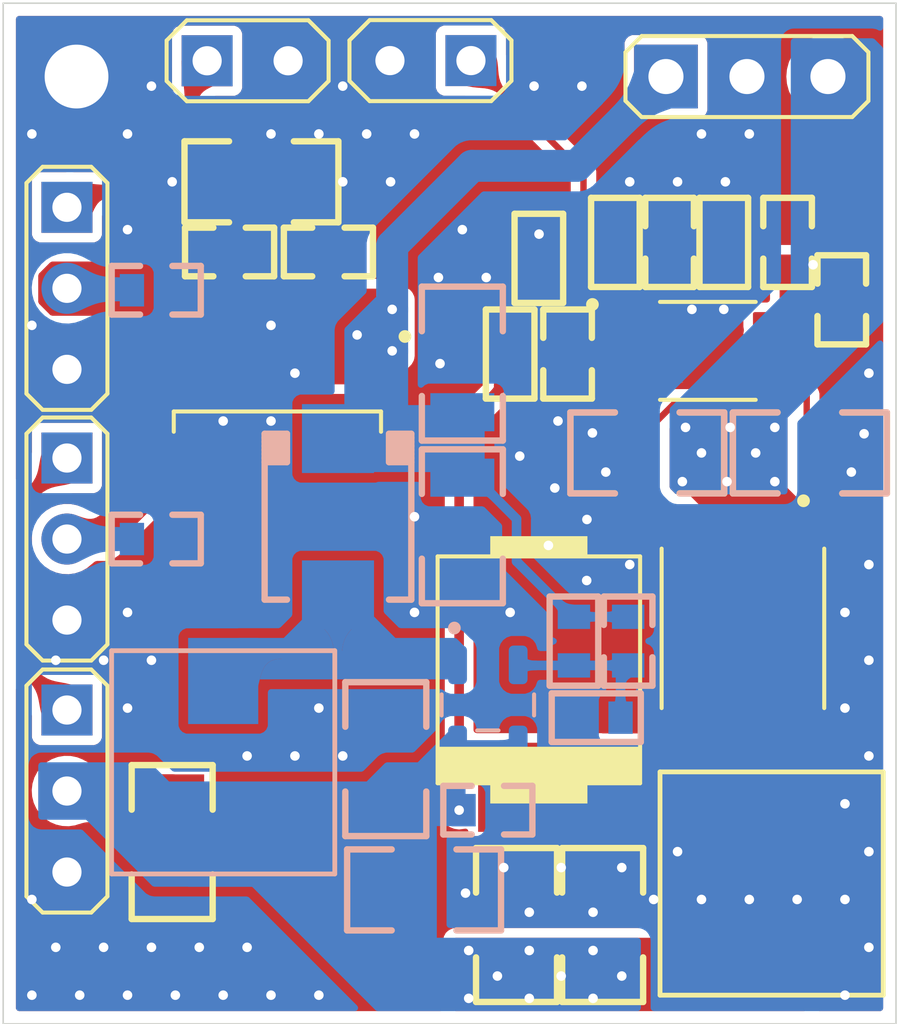
<source format=kicad_pcb>
(kicad_pcb (version 20211014) (generator pcbnew)
  (layers (0 "F.Cu" signal "Top Layer") (31 "B.Cu" signal "Bottom Layer") (34 "B.Paste" user "Bottom Paste") (35 "F.Paste" user "Top Paste") (36 "B.SilkS" user "Bottom Overlay") (37 "F.SilkS" user "Top Overlay") (38 "B.Mask" user "Bottom Solder") (39 "F.Mask" user "Top Solder") (44 "Edge.Cuts" user))
  (net 0 "")
  (net 1 "Net-(C1-Pad1)")
  (net 2 "Net-(C2-Pad2)")
  (net 3 "Net-(C8-Pad1)")
  (net 4 "+7.5V")
  (net 5 "+10V")
  (net 6 "+6V")
  (net 7 "Net-(C15-Pad1)")
  (net 8 "Net-(D1-PadK)")
  (net 9 "Net-(D2-PadA)")
  (net 10 "/SHD")
  (net 11 "Net-(IC2-Pad6)")
  (net 12 "/PWM_ESC")
  (net 13 "/PWM_SERVO")
  (net 14 "GND")
  (net 15 "VCC")
  (footprint "Super_Lib_V1_0.IntLib:SMC" (layer "F.Cu") (at 151.3011 109.903599 -90)
    (fp_text reference "D1" hide)
    (fp_text value "SK84L-TP" hide)
  )
  (footprint "test.PcbLib:R0603" (layer "F.Cu") (at 153.7011 96.503601 -90)
    (fp_text reference "R2" hide)
    (fp_text value "91K" hide)
  )
  (footprint "test.PcbLib:C0603" (layer "F.Cu") (at 144.7011 96.803599)
    (fp_text reference "C12" hide)
    (fp_text value "1uF" hide)
  )
  (footprint "test.PcbLib:C1206" (layer "F.Cu") (at 153.301102 117.903601 -90)
    (fp_text reference "C16" hide)
    (fp_text value "10uF" hide)
  )
  (footprint "test.PcbLib:STL3X1" (layer "F.Cu") (at 155.287102 91.303601)
    (fp_text reference "ST1" hide)
    (fp_text value "=Value" hide)
  )
  (footprint "Super_Lib_V1_0.IntLib:STL2X1" (layer "F.Cu") (at 147.901102 90.803599 90)
    (fp_text reference "ST6" hide)
    (fp_text value "~" hide)
  )
  (footprint "test.PcbLib:c0603" (layer "F.Cu") (at 152.2011 100.003599 -90)
    (fp_text reference "C8" hide)
    (fp_text value "3.9nF" hide)
  )
  (footprint "testnoibec_fet.IntLib:TRANS_TPHR8504PL,L1Q" (layer "F.Cu") (at 157.7011 108.603599 -90)
    (fp_text reference "Q2" hide)
    (fp_text value "SQJ461EP-T1-GE3" hide)
  )
  (footprint "test.PcbLib:C1206" (layer "F.Cu") (at 154.7011 103.103599)
    (fp_text reference "C6" hide)
    (fp_text value "10uF" hide)
  )
  (footprint "Super_Lib_V1_0.IntLib:WE-HCI" (layer "F.Cu") (at 158.6011 116.603601 -90)
    (fp_text reference "L1" hide)
    (fp_text value "6.8uH" hide)
  )
  (footprint "test.PcbLib:c0603" (layer "F.Cu") (at 155.4011 96.503601 -90)
    (fp_text reference "C2" hide)
    (fp_text value "1nF" hide)
  )
  (footprint "test.PcbLib:C1206" (layer "F.Cu") (at 139.8011 115.303601 -90)
    (fp_text reference "C11" hide)
    (fp_text value "10uF" hide)
  )
  (footprint "test.PcbLib:R0603" (layer "F.Cu") (at 151.3011 97.003599 90)
    (fp_text reference "R4" hide)
    (fp_text value "1.78K" hide)
  )
  (footprint "test.PcbLib:R0603" (layer "F.Cu") (at 157.101102 96.503601 90)
    (fp_text reference "R1" hide)
    (fp_text value "2.55K" hide)
  )
  (footprint "test.PcbLib:STL3X1" (layer "F.Cu") (at 136.501102 103.263599 -90)
    (fp_text reference "ST4" hide)
    (fp_text value "=Value" hide)
  )
  (footprint "L78M06ABDT-TR.IntLib:VREG_L78M06ABDT-TR" (layer "F.Cu") (at 143.101102 103.703599 -90)
    (fp_text reference "IC1" hide)
    (fp_text value "L78M06ABDT-TR" hide)
  )
  (footprint "test.PcbLib:C1206" (layer "F.Cu") (at 159.8011 103.103599 180)
    (fp_text reference "C4" hide)
    (fp_text value "10uF" hide)
  )
  (footprint "test.PcbLib:c0603" (layer "F.Cu") (at 159.1011 96.503601 -90)
    (fp_text reference "C7" hide)
    (fp_text value "100nF" hide)
  )
  (footprint "test.PcbLib:R0603" (layer "F.Cu") (at 150.401102 100.003599 90)
    (fp_text reference "R3" hide)
    (fp_text value "10K" hide)
  )
  (footprint "test.PcbLib:C1206" (layer "F.Cu") (at 142.6011 94.603599 180)
    (fp_text reference "C14" hide)
    (fp_text value "10uF" hide)
  )
  (footprint "Super_Lib_V1_0.IntLib:STL2X1" (layer "F.Cu") (at 142.1671 90.808601 -90)
    (fp_text reference "ST2" hide)
    (fp_text value "~" hide)
  )
  (footprint "test.PcbLib:C1206" (layer "F.Cu") (at 150.601102 117.903601 -90)
    (fp_text reference "C17" hide)
    (fp_text value "10uF" hide)
  )
  (footprint "LM25085AMY.IntLib:SOP65P490X110-9N" (layer "F.Cu") (at 156.6011 99.903602)
    (fp_text reference "IC2" hide)
    (fp_text value "LM25085AMY" hide)
  )
  (footprint "test.PcbLib:C0603" (layer "F.Cu") (at 141.601102 96.803599 180)
    (fp_text reference "C13" hide)
    (fp_text value "1uF" hide)
  )
  (footprint "test.PcbLib:STL3X1" (layer "F.Cu") (at 136.501102 95.403601 -90)
    (fp_text reference "ST3" hide)
    (fp_text value "=Value" hide)
  )
  (footprint "test.PcbLib:STL3X1" (layer "F.Cu") (at 136.501102 111.163599 -90)
    (fp_text reference "ST5" hide)
    (fp_text value "=Value" hide)
  )
  (footprint "test.PcbLib:C0603" (layer "F.Cu") (at 160.801102 98.303599 90)
    (fp_text reference "C1" hide)
    (fp_text value "1uF" hide)
  )
  (footprint "test.PcbLib:C1206" (layer "B.Cu") (at 146.501102 112.703604 -90)
    (fp_text reference "C9" hide)
    (fp_text value "10uF" hide)
  )
  (footprint "test.PcbLib:C1206" (layer "B.Cu") (at 148.9011 100.303601 -90)
    (fp_text reference "C20" hide)
    (fp_text value "10uF" hide)
  )
  (footprint "Super_Lib_V1_0.IntLib:C0603" (layer "B.Cu") (at 139.301102 98.003601 180)
    (fp_text reference "C21" hide)
    (fp_text value "1uF" hide)
  )
  (footprint "test.PcbLib:C1206" (layer "B.Cu") (at 154.7011 103.103599)
    (fp_text reference "C3" hide)
    (fp_text value "10uF" hide)
  )
  (footprint "test.PcbLib:c0603" (layer "B.Cu") (at 149.7011 114.303603)
    (fp_text reference "C18" hide)
    (fp_text value "100nF" hide)
  )
  (footprint "test.PcbLib:R0603" (layer "B.Cu") (at 153.101102 111.403604 180)
    (fp_text reference "R6" hide)
    (fp_text value "13.3K" hide)
  )
  (footprint "test.PcbLib:R0603" (layer "B.Cu") (at 152.4011 109.003601 90)
    (fp_text reference "R5" hide)
    (fp_text value "96K" hide)
  )
  (footprint "Super_Lib_V1_0.IntLib:SMB_DO-214AA" (layer "B.Cu") (at 145.0011 105.103602 -90)
    (fp_text reference "D2" hide)
    (fp_text value "SK24_R1_00001" hide)
  )
  (footprint "Super_Lib_V1_0.IntLib:C0603" (layer "B.Cu") (at 139.301102 105.803599 180)
    (fp_text reference "C22" hide)
    (fp_text value "1uF" hide)
  )
  (footprint "test.PcbLib:C1206" (layer "B.Cu") (at 147.7011 116.803601 180)
    (fp_text reference "C10" hide)
    (fp_text value "10uF" hide)
  )
  (footprint "test.PcbLib:C0603" (layer "B.Cu") (at 154.1011 109.003601 90)
    (fp_text reference "C15" hide)
    (fp_text value "330pF" hide)
  )
  (footprint "test.PcbLib:C1206" (layer "B.Cu") (at 148.901103 105.403603 90)
    (fp_text reference "C19" hide)
    (fp_text value "10uF" hide)
  )
  (footprint "Super_Lib_V1_0.IntLib:WE-HCI" (layer "B.Cu") (at 141.401102 112.803601 90)
    (fp_text reference "L2" hide)
    (fp_text value "8.2uH" hide)
  )
  (footprint "LMR62014XMFE_NOPB.IntLib:SOT95P280X145-5N" (layer "B.Cu") (at 149.7011 111.003602 -90)
    (fp_text reference "IC3" hide)
    (fp_text value "LMR62014XMFE/NOPB" hide)
  )
  (footprint "test.PcbLib:C1206" (layer "B.Cu") (at 159.8011 103.103599 180)
    (fp_text reference "C5" hide)
    (fp_text value "10uF" hide)
  )
  (gr_poly (pts (xy 157.6011 109.20055) (xy 157.6001 109.16197) (xy 157.5971 109.127454) (xy 157.5921 109.096997) (xy 157.5851 109.070599) (xy 157.576102 109.048265) (xy 157.5651 109.029989) (xy 157.5521 109.015778) (xy 157.5371 109.005626) (xy 157.5201 108.999532) (xy 157.5011 108.997503) (xy 157.9011 108.997503) (xy 157.8821 108.999532) (xy 157.8651 109.005626) (xy 157.8501 109.015778) (xy 157.8371 109.029989) (xy 157.8261 109.048265) (xy 157.8171 109.070599) (xy 157.8101 109.096997) (xy 157.8051 109.127454) (xy 157.8021 109.16197) (xy 157.8011 109.20055)) (layer "F.Cu") (width 0) (fill solid))
  (gr_poly (pts (xy 158.398051 108.603599) (xy 158.359471 108.604599) (xy 158.324955 108.607599) (xy 158.294498 108.612599) (xy 158.2681 108.619599) (xy 158.245765 108.628599) (xy 158.22749 108.639599) (xy 158.213279 108.652599) (xy 158.203126 108.667599) (xy 158.197033 108.684599) (xy 158.195003 108.703599) (xy 158.195003 108.303599) (xy 158.197033 108.322599) (xy 158.203126 108.339599) (xy 158.213279 108.354601) (xy 158.22749 108.367601) (xy 158.245765 108.378601) (xy 158.2681 108.387601) (xy 158.294498 108.394601) (xy 158.324955 108.399599) (xy 158.359471 108.402599) (xy 158.398051 108.403599)) (layer "F.Cu") (width 0) (fill solid))
  (gr_poly (pts (xy 155.448778 105.065225) (xy 155.489807 105.104841) (xy 155.563368 105.167089) (xy 155.5959 105.18972) (xy 155.6256 105.206693) (xy 155.652468 105.218006) (xy 155.676504 105.223657) (xy 155.697708 105.223647) (xy 155.71608 105.217978) (xy 155.73162 105.206647) (xy 155.449149 105.489859) (xy 155.460447 105.474287) (xy 155.466091 105.455889) (xy 155.466081 105.434668) (xy 155.460419 105.410619) (xy 155.449103 105.383748) (xy 155.432134 105.354051) (xy 155.409512 105.321531) (xy 155.381237 105.286184) (xy 155.307727 105.207018)) (layer "F.Cu") (width 0) (fill solid))
  (gr_poly (pts (xy 157.617054 96.402395) (xy 157.534535 96.322705) (xy 157.386798 96.197594) (xy 157.321579 96.152174) (xy 157.262127 96.118179) (xy 157.208442 96.095606) (xy 157.160522 96.084458) (xy 157.118371 96.084732) (xy 157.081988 96.096431) (xy 157.051371 96.119553) (xy 157.606054 95.542869) (xy 157.58392 95.574477) (xy 157.572993 95.611629) (xy 157.573267 95.654332) (xy 157.584745 95.702579) (xy 157.607428 95.756374) (xy 157.641314 95.815716) (xy 157.686404 95.880605) (xy 157.742698 95.951042) (xy 157.888895 96.108552)) (layer "F.Cu") (width 0) (fill solid))
  (gr_poly (pts (xy 158.38515 96.604807) (xy 158.476372 96.693199) (xy 158.635711 96.829912) (xy 158.703829 96.878231) (xy 158.764248 96.913194) (xy 158.816966 96.934799) (xy 158.861984 96.943049) (xy 158.899302 96.937938) (xy 158.928919 96.919473) (xy 158.950834 96.887649) (xy 158.596148 97.643553) (xy 158.593319 97.590932) (xy 158.584835 97.537897) (xy 158.570692 97.484445) (xy 158.550893 97.430577) (xy 158.525437 97.376294) (xy 158.494325 97.321595) (xy 158.457556 97.266482) (xy 158.41513 97.210953) (xy 158.367045 97.155007) (xy 158.313306 97.098647)) (layer "F.Cu") (width 0) (fill solid))
  (gr_poly (pts (xy 149.776181 113.459092) (xy 152.824181 113.459092) (xy 152.824181 114.094092) (xy 149.776181 114.094092)) (layer "F.SilkS") (width 0) (fill solid))
  (gr_poly (pts (xy 148.125227 112.315711) (xy 154.475227 112.315711) (xy 154.475227 113.458711) (xy 148.125227 113.458711)) (layer "F.SilkS") (width 0) (fill solid))
  (gr_poly (pts (xy 149.776168 105.713303) (xy 152.824168 105.713303) (xy 152.824168 106.348303) (xy 149.776168 106.348303)) (layer "F.SilkS") (width 0) (fill solid))
  (gr_line (start 134.5011 121.003599) (end 162.5011 121.003599) (layer "Edge.Cuts") (width 0.05))
  (gr_line (start 134.5011 89.003601) (end 134.5011 121.003599) (layer "Edge.Cuts") (width 0.05))
  (gr_line (start 162.5011 121.003599) (end 162.5011 89.003601) (layer "Edge.Cuts") (width 0.05))
  (gr_line (start 162.5011 89.003601) (end 134.5011 89.003601) (layer "Edge.Cuts") (width 0.05))
  (segment (start 158.7511 99.578601) (end 160.1611 99.578601) (width 0.2) (layer "F.Cu") (net 1))
  (segment (start 160.1611 99.578601) (end 160.674102 99.065599) (width 0.2) (layer "F.Cu") (net 1))
  (segment (start 160.674102 99.065599) (end 160.801102 99.065599) (width 0.2) (layer "F.Cu") (net 1))
  (segment (start 155.0011 97.546601) (end 155.2821 97.265601) (width 0.2) (layer "F.Cu") (net 2))
  (segment (start 154.4511 98.928602) (end 154.5761 98.803601) (width 0.2) (layer "F.Cu") (net 2))
  (segment (start 155.4011 97.265601) (end 157.101102 97.265601) (width 0.2) (layer "F.Cu") (net 2))
  (segment (start 155.2821 97.265601) (end 155.4011 97.265601) (width 0.2) (layer "F.Cu") (net 2))
  (segment (start 155.0011 98.803601) (end 155.0011 97.546601) (width 0.2) (layer "F.Cu") (net 2))
  (segment (start 154.5761 98.803601) (end 155.0011 98.803601) (width 0.2) (layer "F.Cu") (net 2))
  (segment (start 150.401102 99.241599) (end 151.901102 99.241599) (width 0.2) (layer "F.Cu") (net 3))
  (segment (start 151.5391 98.003601) (end 151.701102 98.003601) (width 0.2) (layer "F.Cu") (net 3))
  (segment (start 153.326103 100.228602) (end 154.4511 100.228602) (width 0.2) (layer "F.Cu") (net 3))
  (segment (start 151.3011 97.765599) (end 151.5391 98.003601) (width 0.2) (layer "F.Cu") (net 3))
  (segment (start 152.6201 99.522599) (end 153.326103 100.228602) (width 0.2) (layer "F.Cu") (net 3))
  (segment (start 152.4821 99.522599) (end 152.6201 99.522599) (width 0.2) (layer "F.Cu") (net 3))
  (segment (start 151.901102 99.241599) (end 151.901102 98.203599) (width 0.2) (layer "F.Cu") (net 3))
  (segment (start 151.7091 98.046599) (end 151.744102 98.046599) (width 0.2) (layer "F.Cu") (net 3))
  (segment (start 151.744102 98.046599) (end 151.901102 98.203599) (width 0.2) (layer "F.Cu") (net 3))
  (segment (start 151.701102 98.038602) (end 151.701102 98.003601) (width 0.2) (layer "F.Cu") (net 3))
  (segment (start 151.701102 98.038602) (end 151.7091 98.046599) (width 0.2) (layer "F.Cu") (net 3))
  (segment (start 152.2011 99.241599) (end 152.4821 99.522599) (width 0.2) (layer "F.Cu") (net 3))
  (segment (start 148.8011 114.303601) (end 148.8011 102.365601) (width 0.3) (layer "F.Cu") (net 4))
  (segment (start 150.274102 100.765599) (end 152.2011 100.765599) (width 0.3) (layer "F.Cu") (net 4))
  (segment (start 136.577104 113.779601) (end 139.8011 113.779601) (width 1.2) (layer "F.Cu") (net 4))
  (segment (start 136.501102 113.703599) (end 136.539103 113.741601) (width 1) (layer "F.Cu") (net 4))
  (segment (start 150.043102 100.996599) (end 150.274102 100.765599) (width 0.3) (layer "F.Cu") (net 4))
  (segment (start 150.043102 101.123599) (end 150.043102 100.996599) (width 0.3) (layer "F.Cu") (net 4))
  (segment (start 148.8011 102.365601) (end 150.043102 101.123599) (width 0.3) (layer "F.Cu") (net 4))
  (via (at 149.1011 120.203599) (size 0.6) (drill 0.3) (layers "F.Cu" "B.Cu") (net 4))
  (via (at 153.001102 120.203599) (size 0.6) (drill 0.3) (layers "F.Cu" "B.Cu") (net 4))
  (via (at 151.0011 118.703599) (size 0.6) (drill 0.3) (layers "F.Cu" "B.Cu") (net 4))
  (via (at 153.001102 118.703599) (size 0.6) (drill 0.3) (layers "F.Cu" "B.Cu") (net 4))
  (via (at 148.8011 114.303601) (size 0.6) (drill 0.3) (layers "F.Cu" "B.Cu") (net 4))
  (via (at 151.0011 120.203599) (size 0.6) (drill 0.3) (layers "F.Cu" "B.Cu") (net 4))
  (via (at 150.0011 119.503599) (size 0.6) (drill 0.3) (layers "F.Cu" "B.Cu") (net 4))
  (via (at 152.001102 119.503601) (size 0.6) (drill 0.3) (layers "F.Cu" "B.Cu") (net 4))
  (via (at 153.9011 119.503599) (size 0.6) (drill 0.3) (layers "F.Cu" "B.Cu") (net 4))
  (via (at 149.1011 118.703599) (size 0.6) (drill 0.3) (layers "F.Cu" "B.Cu") (net 4))
  (segment (start 148.7511 112.258601) (end 150.651102 112.258601) (width 0.3) (layer "B.Cu") (net 4))
  (via (at 146.701102 99.903599) (size 0.6) (drill 0.3) (layers "F.Cu" "B.Cu") (net 5))
  (via (at 145.601102 99.403599) (size 0.6) (drill 0.3) (layers "F.Cu" "B.Cu") (net 5))
  (via (at 146.701102 98.603599) (size 0.6) (drill 0.3) (layers "F.Cu" "B.Cu") (net 5))
  (segment (start 152.0431 108.010601) (end 152.2741 108.241601) (width 0.3) (layer "B.Cu") (net 5))
  (segment (start 148.901103 103.879603) (end 149.307503 103.879603) (width 0.3) (layer "B.Cu") (net 5))
  (segment (start 146.151098 102.653601) (end 146.701102 102.103597) (width 1) (layer "B.Cu") (net 5))
  (segment (start 145.0011 102.653601) (end 146.151098 102.653601) (width 1) (layer "B.Cu") (net 5))
  (segment (start 152.0431 108.010601) (end 152.0431 107.945599) (width 0.3) (layer "B.Cu") (net 5))
  (segment (start 149.307503 103.879603) (end 150.601102 105.173203) (width 0.3) (layer "B.Cu") (net 5))
  (segment (start 150.601102 106.503601) (end 152.0431 107.945599) (width 0.3) (layer "B.Cu") (net 5))
  (segment (start 146.701102 98.603599) (end 146.701102 96.603599) (width 1) (layer "B.Cu") (net 5))
  (segment (start 149.201102 94.103601) (end 152.487103 94.103601) (width 1) (layer "B.Cu") (net 5))
  (segment (start 146.701102 96.603599) (end 149.201102 94.103599) (width 1) (layer "B.Cu") (net 5))
  (segment (start 152.2741 108.241601) (end 154.1011 108.241601) (width 0.3) (layer "B.Cu") (net 5))
  (segment (start 152.487103 94.103601) (end 155.287102 91.303601) (width 1) (layer "B.Cu") (net 5))
  (segment (start 146.701102 99.903599) (end 146.701102 98.603599) (width 1) (layer "B.Cu") (net 5))
  (segment (start 146.701102 102.103597) (end 146.701102 99.903599) (width 1) (layer "B.Cu") (net 5))
  (segment (start 145.0011 102.653601) (end 145.5811 103.233599) (width 1) (layer "B.Cu") (net 5))
  (segment (start 150.601102 106.503601) (end 150.601102 105.173203) (width 0.3) (layer "B.Cu") (net 5))
  (segment (start 136.501102 97.943601) (end 136.541102 97.903601) (width 1) (layer "F.Cu") (net 6))
  (segment (start 141.0771 95.01) (end 141.0771 94.603599) (width 0.75) (layer "F.Cu") (net 6))
  (segment (start 138.8111 97.993601) (end 138.9011 97.903601) (width 1) (layer "F.Cu") (net 6))
  (segment (start 136.501102 105.803599) (end 136.615943 105.688759) (width 1) (layer "F.Cu") (net 6))
  (segment (start 140.839102 94.841597) (end 141.0771 94.603599) (width 0.75) (layer "F.Cu") (net 6))
  (segment (start 140.839102 96.803599) (end 140.839102 94.841597) (width 0.75) (layer "F.Cu") (net 6))
  (segment (start 138.8111 104.4936) (end 138.8111 97.993601) (width 1) (layer "F.Cu") (net 6))
  (segment (start 140.839102 96.803599) (end 140.845102 96.797601) (width 0.75) (layer "F.Cu") (net 6))
  (segment (start 136.615943 105.688759) (end 137.615941 105.688759) (width 1) (layer "F.Cu") (net 6))
  (segment (start 137.615941 105.688759) (end 138.8111 104.4936) (width 1) (layer "F.Cu") (net 6))
  (segment (start 136.571102 97.973601) (end 138.533102 97.973601) (width 0.75) (layer "B.Cu") (net 6))
  (segment (start 138.533102 97.973601) (end 138.539102 97.979599) (width 0.75) (layer "B.Cu") (net 6))
  (segment (start 136.501102 97.903601) (end 136.571102 97.973601) (width 0.75) (layer "B.Cu") (net 6))
  (segment (start 136.601102 105.803599) (end 138.539102 105.803599) (width 0.75) (layer "B.Cu") (net 6))
  (segment (start 138.539102 98.003601) (end 138.539102 97.979599) (width 0.75) (layer "B.Cu") (net 6))
  (segment (start 150.796103 109.603603) (end 150.796103 109.565599) (width 0.3) (layer "B.Cu") (net 7))
  (segment (start 154.094102 109.765601) (end 154.1011 109.765601) (width 0.3) (layer "B.Cu") (net 7))
  (segment (start 153.863102 109.996602) (end 154.094102 109.765601) (width 0.3) (layer "B.Cu") (net 7))
  (segment (start 153.863102 111.403604) (end 153.863102 109.996602) (width 0.3) (layer "B.Cu") (net 7))
  (segment (start 150.796103 109.765601) (end 154.1011 109.765601) (width 0.3) (layer "B.Cu") (net 7))
  (segment (start 150.696103 109.665599) (end 150.796103 109.565599) (width 0.3) (layer "B.Cu") (net 7))
  (segment (start 150.796103 109.710599) (end 150.796103 109.565599) (width 0.3) (layer "B.Cu") (net 7))
  (segment (start 150.796103 109.765601) (end 150.796103 109.710599) (width 0.3) (layer "B.Cu") (net 7))
  (segment (start 150.651102 109.748604) (end 150.796103 109.603603) (width 0.3) (layer "B.Cu") (net 7))
  (segment (start 150.651102 109.710599) (end 150.696103 109.665599) (width 0.3) (layer "B.Cu") (net 7))
  (segment (start 150.651102 109.748604) (end 150.651102 109.710599) (width 0.3) (layer "B.Cu") (net 7))
  (segment (start 159.301102 100.933602) (end 159.3861 101.018601) (width 0.2) (layer "F.Cu") (net 8))
  (segment (start 158.7761 100.903599) (end 159.301102 100.903599) (width 0.2) (layer "F.Cu") (net 8))
  (segment (start 158.9011 108.503599) (end 160.701102 106.703599) (width 0.2) (layer "F.Cu") (net 8))
  (segment (start 160.701102 106.703599) (end 160.701102 104.803602) (width 0.2) (layer "F.Cu") (net 8))
  (segment (start 159.7011 103.803602) (end 160.701102 104.803602) (width 0.2) (layer "F.Cu") (net 8))
  (segment (start 159.416103 101.018601) (end 159.7011 101.303599) (width 0.2) (layer "F.Cu") (net 8))
  (segment (start 158.7511 100.878601) (end 158.7761 100.903599) (width 0.2) (layer "F.Cu") (net 8))
  (segment (start 159.7011 103.803602) (end 159.7011 101.303599) (width 0.2) (layer "F.Cu") (net 8))
  (segment (start 159.301102 100.933602) (end 159.301102 100.903599) (width 0.2) (layer "F.Cu") (net 8))
  (segment (start 157.7011 113.153601) (end 158.6011 114.053601) (width 0.2) (layer "F.Cu") (net 8))
  (segment (start 159.3861 101.018601) (end 159.416103 101.018601) (width 0.2) (layer "F.Cu") (net 8))
  (segment (start 157.7011 108.503599) (end 158.9011 108.503599) (width 0.2) (layer "F.Cu") (net 8))
  (segment (start 141.8591 109.431599) (end 145.1611 109.431599) (width 0.25) (layer "B.Cu") (net 9))
  (segment (start 141.401102 109.889597) (end 141.8591 109.431599) (width 0.25) (layer "B.Cu") (net 9))
  (segment (start 148.434095 109.431599) (end 148.7511 109.748604) (width 0.25) (layer "B.Cu") (net 9))
  (segment (start 145.1611 109.431599) (end 148.434095 109.431599) (width 0.25) (layer "B.Cu") (net 9))
  (segment (start 145.0011 107.553602) (end 145.0011 109.431599) (width 0.25) (layer "B.Cu") (net 9))
  (segment (start 141.401102 110.253601) (end 141.401102 109.889597) (width 0.25) (layer "B.Cu") (net 9))
  (segment (start 153.476102 99.578601) (end 153.201102 99.303599) (width 0.2) (layer "F.Cu") (net 10))
  (segment (start 149.171102 90.803599) (end 152.7011 94.333599) (width 0.2) (layer "F.Cu") (net 10))
  (segment (start 152.7011 96.703599) (end 153.025471 97.027969) (width 0.2) (layer "F.Cu") (net 10))
  (segment (start 153.201102 97.765599) (end 153.7011 97.265601) (width 0.2) (layer "F.Cu") (net 10))
  (segment (start 152.7011 96.703599) (end 152.7011 94.333599) (width 0.2) (layer "F.Cu") (net 10))
  (segment (start 153.025471 97.027969) (end 153.463468 97.027969) (width 0.2) (layer "F.Cu") (net 10))
  (segment (start 153.463468 97.027969) (end 153.7011 97.265601) (width 0.2) (layer "F.Cu") (net 10))
  (segment (start 153.201102 99.303599) (end 153.201102 97.765599) (width 0.2) (layer "F.Cu") (net 10))
  (segment (start 154.4511 99.578601) (end 153.476102 99.578601) (width 0.2) (layer "F.Cu") (net 10))
  (segment (start 157.2011 101.503601) (end 157.664042 101.040658) (width 0.2) (layer "F.Cu") (net 11))
  (segment (start 154.901098 104.658967) (end 155.54573 105.303599) (width 0.2) (layer "F.Cu") (net 11))
  (segment (start 154.9011 102.203599) (end 155.6011 101.503601) (width 0.2) (layer "F.Cu") (net 11))
  (segment (start 157.664042 101.040658) (end 157.664042 100.540659) (width 0.2) (layer "F.Cu") (net 11))
  (segment (start 157.881542 100.323159) (end 158.656544 100.323159) (width 0.2) (layer "F.Cu") (net 11))
  (segment (start 155.6011 101.503601) (end 157.2011 101.503601) (width 0.2) (layer "F.Cu") (net 11))
  (segment (start 155.54573 105.303599) (end 155.546098 105.303599) (width 0.2) (layer "F.Cu") (net 11))
  (segment (start 157.664042 100.540659) (end 157.881542 100.323159) (width 0.2) (layer "F.Cu") (net 11))
  (segment (start 155.546098 105.303599) (end 155.7961 105.553601) (width 0.2) (layer "F.Cu") (net 11))
  (segment (start 158.656544 100.323159) (end 158.7511 100.228602) (width 0.2) (layer "F.Cu") (net 11))
  (segment (start 154.9011 104.658967) (end 154.9011 102.203599) (width 0.2) (layer "F.Cu") (net 11))
  (segment (start 155.7961 105.778599) (end 155.7961 105.553601) (width 0.2) (layer "F.Cu") (net 11))
  (segment (start 138.201104 94.903599) (end 140.401102 92.703601) (width 0.4) (layer "F.Cu") (net 12))
  (segment (start 140.401102 91.304599) (end 140.8971 90.808601) (width 0.4) (layer "F.Cu") (net 12))
  (segment (start 140.401102 92.703601) (end 140.401102 91.304599) (width 0.4) (layer "F.Cu") (net 12))
  (segment (start 137.001104 94.903599) (end 138.201104 94.903599) (width 0.4) (layer "F.Cu") (net 12))
  (segment (start 136.501102 95.403601) (end 137.001104 94.903599) (width 0.4) (layer "F.Cu") (net 12))
  (segment (start 135.201102 109.863599) (end 136.501102 111.163599) (width 0.4) (layer "F.Cu") (net 13))
  (segment (start 135.201102 104.563599) (end 136.501102 103.263599) (width 0.4) (layer "F.Cu") (net 13))
  (segment (start 135.201102 109.863599) (end 135.201102 104.563599) (width 0.4) (layer "F.Cu") (net 13))
  (segment (start 143.310555 90.935045) (end 143.436874 90.808725) (width 0.3) (layer "F.Cu") (net 14))
  (via (at 152.808611 105.190216) (size 0.6) (drill 0.3) (layers "F.Cu" "B.Cu") (net 14))
  (via (at 135.401102 93.103608) (size 0.6) (drill 0.3) (layers "F.Cu" "B.Cu") (net 14))
  (via (at 147.401098 108.103603) (size 0.6) (drill 0.3) (layers "F.Cu" "B.Cu") (net 14))
  (via (at 148.901098 96.103607) (size 0.6) (drill 0.3) (layers "F.Cu" "B.Cu") (net 14))
  (via (at 161.651092 100.603605) (size 0.6) (drill 0.3) (layers "F.Cu" "B.Cu") (net 14))
  (via (at 149.0011 116.903601) (size 0.6) (drill 0.3) (layers "F.Cu" "B.Cu") (net 14))
  (via (at 142.9011 120.103599) (size 0.6) (drill 0.3) (layers "F.Cu" "B.Cu") (net 14))
  (via (at 149.651096 97.603606) (size 0.6) (drill 0.3) (layers "F.Cu" "B.Cu") (net 14))
  (via (at 137.6511 118.603599) (size 0.6) (drill 0.3) (layers "F.Cu" "B.Cu") (net 14))
  (via (at 151.901097 102.103605) (size 0.6) (drill 0.3) (layers "F.Cu" "B.Cu") (net 14))
  (via (at 142.9011 99.103606) (size 0.6) (drill 0.3) (layers "F.Cu" "B.Cu") (net 14))
  (via (at 156.401095 117.103599) (size 0.6) (drill 0.3) (layers "F.Cu" "B.Cu") (net 14))
  (via (at 146.651097 94.603607) (size 0.6) (drill 0.3) (layers "F.Cu" "B.Cu") (net 14))
  (via (at 153.9011 116.103599) (size 0.6) (drill 0.3) (layers "F.Cu" "B.Cu") (net 14))
  (via (at 160.901094 108.103603) (size 0.6) (drill 0.3) (layers "F.Cu" "B.Cu") (net 14))
  (via (at 161.1011 103.703599) (size 0.6) (drill 0.3) (layers "F.Cu" "B.Cu") (net 14))
  (via (at 151.6011 106.003599) (size 0.6) (drill 0.3) (layers "F.Cu" "B.Cu") (net 14))
  (via (at 142.9011 93.103608) (size 0.6) (drill 0.3) (layers "F.Cu" "B.Cu") (net 14))
  (via (at 138.4011 108.103603) (size 0.6) (drill 0.3) (layers "F.Cu" "B.Cu") (net 14))
  (via (at 155.651094 94.603607) (size 0.6) (drill 0.3) (layers "F.Cu" "B.Cu") (net 14))
  (via (at 135.401102 117.103599) (size 0.6) (drill 0.3) (layers "F.Cu" "B.Cu") (net 14))
  (via (at 161.651092 112.603602) (size 0.6) (drill 0.3) (layers "F.Cu" "B.Cu") (net 14))
  (via (at 154.151095 106.603604) (size 0.6) (drill 0.3) (layers "F.Cu" "B.Cu") (net 14))
  (via (at 142.9011 102.103605) (size 0.6) (drill 0.3) (layers "F.Cu" "B.Cu") (net 14))
  (via (at 152.980556 102.476993) (size 0.6) (drill 0.3) (layers "F.Cu" "B.Cu") (net 14))
  (via (at 152.8011 107.103599) (size 0.6) (drill 0.3) (layers "F.Cu" "B.Cu") (net 14))
  (via (at 136.1511 118.603599) (size 0.6) (drill 0.3) (layers "F.Cu" "B.Cu") (net 14))
  (via (at 153.001102 117.503599) (size 0.6) (drill 0.3) (layers "F.Cu" "B.Cu") (net 14))
  (via (at 148.2011 100.303599) (size 0.6) (drill 0.3) (layers "F.Cu" "B.Cu") (net 14))
  (via (at 144.4011 111.103602) (size 0.6) (drill 0.3) (layers "F.Cu" "B.Cu") (net 14))
  (via (at 147.401098 93.103608) (size 0.6) (drill 0.3) (layers "F.Cu" "B.Cu") (net 14))
  (via (at 157.101102 98.603599) (size 0.6) (drill 0.3) (layers "F.Cu" "B.Cu") (net 14))
  (via (at 136.1511 109.603603) (size 0.6) (drill 0.3) (layers "F.Cu" "B.Cu") (net 14))
  (via (at 156.401095 93.103608) (size 0.6) (drill 0.3) (layers "F.Cu" "B.Cu") (net 14))
  (via (at 143.651098 112.603602) (size 0.6) (drill 0.3) (layers "F.Cu" "B.Cu") (net 14))
  (via (at 152.651095 91.603608) (size 0.6) (drill 0.3) (layers "F.Cu" "B.Cu") (net 14))
  (via (at 137.6511 109.603603) (size 0.6) (drill 0.3) (layers "F.Cu" "B.Cu") (net 14))
  (via (at 157.901095 117.103599) (size 0.6) (drill 0.3) (layers "F.Cu" "B.Cu") (net 14))
  (via (at 160.901094 120.103599) (size 0.6) (drill 0.3) (layers "F.Cu" "B.Cu") (net 14))
  (via (at 160.901094 111.103602) (size 0.6) (drill 0.3) (layers "F.Cu" "B.Cu") (net 14))
  (via (at 150.2011 116.103599) (size 0.6) (drill 0.3) (layers "F.Cu" "B.Cu") (net 14))
  (via (at 151.306775 96.243693) (size 0.6) (drill 0.3) (layers "F.Cu" "B.Cu") (net 14))
  (via (at 161.5011 102.503599) (size 0.6) (drill 0.3) (layers "F.Cu" "B.Cu") (net 14))
  (via (at 138.4011 120.103599) (size 0.6) (drill 0.3) (layers "F.Cu" "B.Cu") (net 14))
  (via (at 142.151098 112.603602) (size 0.6) (drill 0.3) (layers "F.Cu" "B.Cu") (net 14))
  (via (at 135.401102 99.103606) (size 0.6) (drill 0.3) (layers "F.Cu" "B.Cu") (net 14))
  (via (at 160.901094 117.103599) (size 0.6) (drill 0.3) (layers "F.Cu" "B.Cu") (net 14))
  (via (at 161.651092 115.603601) (size 0.6) (drill 0.3) (layers "F.Cu" "B.Cu") (net 14))
  (via (at 154.901096 117.103599) (size 0.6) (drill 0.3) (layers "F.Cu" "B.Cu") (net 14))
  (via (at 151.0011 117.503599) (size 0.6) (drill 0.3) (layers "F.Cu" "B.Cu") (net 14))
  (via (at 152.001102 116.103599) (size 0.6) (drill 0.3) (layers "F.Cu" "B.Cu") (net 14))
  (via (at 156.1011 98.603599) (size 0.6) (drill 0.3) (layers "F.Cu" "B.Cu") (net 14))
  (via (at 155.651094 115.603601) (size 0.6) (drill 0.3) (layers "F.Cu" "B.Cu") (net 14))
  (via (at 142.151098 118.603599) (size 0.6) (drill 0.3) (layers "F.Cu" "B.Cu") (net 14))
  (via (at 148.151097 97.603606) (size 0.6) (drill 0.3) (layers "F.Cu" "B.Cu") (net 14))
  (via (at 157.901095 93.103608) (size 0.6) (drill 0.3) (layers "F.Cu" "B.Cu") (net 14))
  (via (at 145.151097 91.603608) (size 0.6) (drill 0.3) (layers "F.Cu" "B.Cu") (net 14))
  (via (at 151.151096 91.603608) (size 0.6) (drill 0.3) (layers "F.Cu" "B.Cu") (net 14))
  (via (at 157.151094 94.603607) (size 0.6) (drill 0.3) (layers "F.Cu" "B.Cu") (net 14))
  (via (at 160.901094 114.103601) (size 0.6) (drill 0.3) (layers "F.Cu" "B.Cu") (net 14))
  (via (at 154.151095 94.603607) (size 0.6) (drill 0.3) (layers "F.Cu" "B.Cu") (net 14))
  (via (at 150.401097 108.103603) (size 0.6) (drill 0.3) (layers "F.Cu" "B.Cu") (net 14))
  (via (at 145.151097 112.603602) (size 0.6) (drill 0.3) (layers "F.Cu" "B.Cu") (net 14))
  (via (at 143.651098 100.603605) (size 0.6) (drill 0.3) (layers "F.Cu" "B.Cu") (net 14))
  (via (at 141.4011 102.103605) (size 0.6) (drill 0.3) (layers "F.Cu" "B.Cu") (net 14))
  (via (at 138.4011 93.103608) (size 0.6) (drill 0.3) (layers "F.Cu" "B.Cu") (net 14))
  (via (at 147.401098 105.103604) (size 0.6) (drill 0.3) (layers "F.Cu" "B.Cu") (net 14))
  (via (at 139.8011 94.603599) (size 0.6) (drill 0.3) (layers "F.Cu" "B.Cu") (net 14))
  (via (at 161.651092 118.603599) (size 0.6) (drill 0.3) (layers "F.Cu" "B.Cu") (net 14))
  (via (at 151.801102 104.203601) (size 0.6) (drill 0.3) (layers "F.Cu" "B.Cu") (net 14))
  (via (at 161.651092 109.603603) (size 0.6) (drill 0.3) (layers "F.Cu" "B.Cu") (net 14))
  (via (at 139.1511 109.603603) (size 0.6) (drill 0.3) (layers "F.Cu" "B.Cu") (net 14))
  (via (at 136.9011 120.103599) (size 0.6) (drill 0.3) (layers "F.Cu" "B.Cu") (net 14))
  (via (at 138.4011 111.103602) (size 0.6) (drill 0.3) (layers "F.Cu" "B.Cu") (net 14))
  (via (at 138.4011 96.103607) (size 0.6) (drill 0.3) (layers "F.Cu" "B.Cu") (net 14))
  (via (at 139.1511 91.603608) (size 0.6) (drill 0.3) (layers "F.Cu" "B.Cu") (net 14))
  (via (at 153.4011 103.703599) (size 0.6) (drill 0.3) (layers "F.Cu" "B.Cu") (net 14))
  (via (at 150.701102 103.203599) (size 0.6) (drill 0.3) (layers "F.Cu" "B.Cu") (net 14))
  (via (at 161.651092 106.603604) (size 0.6) (drill 0.3) (layers "F.Cu" "B.Cu") (net 14))
  (via (at 139.9011 120.103599) (size 0.6) (drill 0.3) (layers "F.Cu" "B.Cu") (net 14))
  (via (at 139.1511 118.603599) (size 0.6) (drill 0.3) (layers "F.Cu" "B.Cu") (net 14))
  (via (at 145.151097 94.603607) (size 0.6) (drill 0.3) (layers "F.Cu" "B.Cu") (net 14))
  (via (at 136.801559 91.303822) (size 3.5) (drill 2) (layers "F.Cu" "B.Cu") (net 14))
  (via (at 145.9011 93.103608) (size 0.6) (drill 0.3) (layers "F.Cu" "B.Cu") (net 14))
  (via (at 141.4011 120.103599) (size 0.6) (drill 0.3) (layers "F.Cu" "B.Cu") (net 14))
  (via (at 159.401094 117.103599) (size 0.6) (drill 0.3) (layers "F.Cu" "B.Cu") (net 14))
  (via (at 135.401102 120.103599) (size 0.6) (drill 0.3) (layers "F.Cu" "B.Cu") (net 14))
  (via (at 140.6511 118.603599) (size 0.6) (drill 0.3) (layers "F.Cu" "B.Cu") (net 14))
  (via (at 144.4011 93.103608) (size 0.6) (drill 0.3) (layers "F.Cu" "B.Cu") (net 14))
  (via (at 144.4011 120.103599) (size 0.6) (drill 0.3) (layers "F.Cu" "B.Cu") (net 14))
  (segment (start 151.901102 111.003599) (end 152.2011 111.303599) (width 0.5) (layer "B.Cu") (net 14))
  (segment (start 146.501102 111.179604) (end 146.677107 111.003599) (width 0.5) (layer "B.Cu") (net 14))
  (segment (start 152.339102 113.665599) (end 152.339102 111.403604) (width 0.5) (layer "B.Cu") (net 14))
  (segment (start 149.572001 116.103599) (end 150.2011 116.103599) (width 0.5) (layer "B.Cu") (net 14))
  (segment (start 149.179108 107.981607) (end 149.7011 108.503599) (width 0.5) (layer "B.Cu") (net 14))
  (segment (start 149.7011 111.003599) (end 151.901102 111.003599) (width 0.5) (layer "B.Cu") (net 14))
  (segment (start 149.179108 107.981607) (end 149.179108 107.205609) (width 0.5) (layer "B.Cu") (net 14))
  (segment (start 148.901103 106.927603) (end 149.179108 107.205609) (width 0.5) (layer "B.Cu") (net 14))
  (segment (start 149.2251 116.4505) (end 149.572001 116.103599) (width 0.5) (layer "B.Cu") (net 14))
  (segment (start 149.7011 111.003599) (end 149.7011 111.003597) (width 0.5) (layer "B.Cu") (net 14))
  (segment (start 150.2011 116.103599) (end 150.2011 116.076539) (width 0.5) (layer "B.Cu") (net 14))
  (segment (start 149.2251 116.803601) (end 149.2251 116.4505) (width 0.5) (layer "B.Cu") (net 14))
  (segment (start 149.0011 116.903601) (end 149.1251 116.903601) (width 0.5) (layer "B.Cu") (net 14))
  (segment (start 149.7011 109.748604) (end 149.7011 108.503599) (width 0.5) (layer "B.Cu") (net 14))
  (segment (start 149.1251 116.903601) (end 149.2251 116.803601) (width 0.5) (layer "B.Cu") (net 14))
  (segment (start 149.7011 111.003597) (end 149.7011 109.748604) (width 0.5) (layer "B.Cu") (net 14))
  (segment (start 150.4631 114.303603) (end 151.701097 114.303603) (width 0.5) (layer "B.Cu") (net 14))
  (segment (start 151.701097 114.303603) (end 152.339102 113.665599) (width 0.5) (layer "B.Cu") (net 14))
  (segment (start 146.677107 111.003599) (end 149.7011 111.003599) (width 0.5) (layer "B.Cu") (net 14))
  (segment (start 157.420103 95.922601) (end 158.868601 97.3711) (width 0.4) (layer "F.Cu") (net 15))
  (segment (start 160.128162 97.403599) (end 160.6631 97.403599) (width 0.5) (layer "F.Cu") (net 15))
  (segment (start 157.282102 95.922601) (end 157.420103 95.922601) (width 0.4) (layer "F.Cu") (net 15))
  (segment (start 159.239098 97.403599) (end 159.419967 97.222731) (width 0.5) (layer "F.Cu") (net 15))
  (segment (start 159.1011 97.503599) (end 159.1011 97.265601) (width 0.4) (layer "F.Cu") (net 15))
  (segment (start 160.6631 97.403599) (end 160.801102 97.541599) (width 0.3) (layer "F.Cu") (net 15))
  (segment (start 159.88197 97.222731) (end 159.9011 97.203599) (width 0.5) (layer "F.Cu") (net 15))
  (segment (start 159.1011 98.578603) (end 159.1011 97.503599) (width 0.5) (layer "F.Cu") (net 15))
  (segment (start 159.419967 97.222731) (end 159.88197 97.222731) (width 0.5) (layer "F.Cu") (net 15))
  (segment (start 158.7611 98.918602) (end 159.1011 98.578603) (width 0.5) (layer "F.Cu") (net 15))
  (segment (start 155.4011 95.741601) (end 157.101102 95.741601) (width 0.5) (layer "F.Cu") (net 15))
  (segment (start 157.101102 95.741601) (end 157.282102 95.922601) (width 0.4) (layer "F.Cu") (net 15))
  (segment (start 158.868601 97.3711) (end 159.1011 97.603599) (width 0.4) (layer "F.Cu") (net 15))
  (segment (start 153.7011 95.741601) (end 155.4011 95.741601) (width 0.5) (layer "F.Cu") (net 15))
  (segment (start 159.928162 97.203599) (end 160.128162 97.403599) (width 0.5) (layer "F.Cu") (net 15))
  (segment (start 159.9011 97.203599) (end 159.928162 97.203599) (width 0.5) (layer "F.Cu") (net 15))
  (via (at 155.9011 102.303599) (size 0.6) (drill 0.3) (layers "F.Cu" "B.Cu") (net 15))
  (via (at 158.101102 103.103599) (size 0.6) (drill 0.3) (layers "F.Cu" "B.Cu") (net 15))
  (via (at 155.801102 104.003601) (size 0.6) (drill 0.3) (layers "F.Cu" "B.Cu") (net 15))
  (via (at 159.9011 97.203599) (size 0.6) (drill 0.3) (layers "F.Cu" "B.Cu") (net 15))
  (via (at 158.7011 104.003601) (size 0.6) (drill 0.3) (layers "F.Cu" "B.Cu") (net 15))
  (via (at 156.4011 103.103599) (size 0.6) (drill 0.3) (layers "F.Cu" "B.Cu") (net 15))
  (via (at 157.3011 102.303599) (size 0.6) (drill 0.3) (layers "F.Cu" "B.Cu") (net 15))
  (via (at 158.7011 102.303599) (size 0.6) (drill 0.3) (layers "F.Cu" "B.Cu") (net 15))
  (via (at 157.2011 104.003601) (size 0.6) (drill 0.3) (layers "F.Cu" "B.Cu") (net 15))
  (zone (net 13) (net_name "/PWM_SERVO") (layer "F.Cu") (priority 16962) (connect_pads yes (clearance 0)) (min_thickness 0.0254) (fill yes (thermal_gap 0.508) (thermal_bridge_width 0.508))
    (polygon (pts (xy 135.22824 110.17358) (xy 135.353938 110.310098) (xy 135.447492 110.434575) (xy 135.514792 110.550588) (xy 135.561723 110.661713) (xy 135.594175 110.771528) (xy 135.618036 110.883612) (xy 135.639192 111.00154) (xy 135.663532 111.128891) (xy 135.696943 111.269243) (xy 135.745315 111.426172) (xy 136.78398 111.446477) (xy 136.763675 110.407812) (xy 136.606746 110.35944) (xy 136.466394 110.326029) (xy 136.339043 110.301689) (xy 136.221115 110.280533) (xy 136.109031 110.256672) (xy 135.999216 110.22422) (xy 135.888091 110.177289) (xy 135.772078 110.109989) (xy 135.647601 110.016435) (xy 135.511083 109.890737)))
  )
  (zone (net 15) (net_name "VCC") (layer "F.Cu") (priority 1000) (connect_pads yes (clearance 0)) (min_thickness 0.254) (fill yes (thermal_gap 0.508) (thermal_bridge_width 0.508))
    (polygon (pts (xy 159.301102 97.603601) (xy 159.301102 96.903599) (xy 161.3011 96.903599) (xy 161.3011 97.603601)))
  )
  (zone (net 2) (net_name "Net-(C2-Pad2)") (layer "F.Cu") (priority 16962) (connect_pads yes (clearance 0)) (min_thickness 0.0254) (fill yes (thermal_gap 0.508) (thermal_bridge_width 0.508))
    (polygon (pts (xy 154.8961 98.703601) (xy 154.834522 98.703181) (xy 154.782039 98.702041) (xy 154.736665 98.700361) (xy 154.69641 98.698321) (xy 154.659288 98.696101) (xy 154.623311 98.693881) (xy 154.586491 98.691841) (xy 154.546841 98.690161) (xy 154.502373 98.689021) (xy 154.4511 98.688602) (xy 154.348645 98.991075) (xy 154.65287 99.058558) (xy 154.671508 99.02981) (xy 154.689166 99.00387) (xy 154.706684 98.98079) (xy 154.724906 98.96062) (xy 154.744671 98.943412) (xy 154.766821 98.929217) (xy 154.792198 98.918087) (xy 154.821642 98.910073) (xy 154.855996 98.905227) (xy 154.8961 98.903601)))
  )
  (zone (net 4) (net_name "+7.5V") (layer "F.Cu") (priority 16962) (connect_pads yes (clearance 0)) (min_thickness 0.0254) (fill yes (thermal_gap 0.508) (thermal_bridge_width 0.508))
    (polygon (pts (xy 138.107204 113.179601) (xy 137.936131 113.180165) (xy 137.782134 113.180895) (xy 137.643137 113.180347) (xy 137.517065 113.177077) (xy 137.401845 113.169641) (xy 137.295403 113.156595) (xy 137.195663 113.136495) (xy 137.100552 113.107896) (xy 137.007995 113.069356) (xy 136.915918 113.01943) (xy 136.102819 113.666043) (xy 136.780716 114.453249) (xy 136.890688 114.417331) (xy 136.998333 114.39209) (xy 137.106414 114.3759) (xy 137.217692 114.367138) (xy 137.334931 114.364179) (xy 137.460891 114.3654) (xy 137.598337 114.369177) (xy 137.750029 114.373885) (xy 137.91873 114.377901) (xy 138.107204 114.379601)))
  )
  (zone (net 12) (net_name "/PWM_ESC") (layer "F.Cu") (priority 16962) (connect_pads yes (clearance 0)) (min_thickness 0.0254) (fill yes (thermal_gap 0.508) (thermal_bridge_width 0.508))
    (polygon (pts (xy 140.601102 92.244699) (xy 140.609119 92.111946) (xy 140.632495 92.001882) (xy 140.670212 91.911075) (xy 140.721256 91.836095) (xy 140.784608 91.77351) (xy 140.859255 91.719891) (xy 140.944178 91.671805) (xy 141.038363 91.625823) (xy 141.140793 91.578513) (xy 141.250453 91.526445) (xy 141.143118 90.493142) (xy 140.097 90.808601) (xy 140.099914 90.980992) (xy 140.107826 91.128436) (xy 140.119486 91.257891) (xy 140.133643 91.376311) (xy 140.149051 91.490654) (xy 140.164458 91.607877) (xy 140.178615 91.734937) (xy 140.190275 91.878789) (xy 140.198187 92.046391) (xy 140.201102 92.244699)))
  )
  (zone (net 15) (net_name "VCC") (layer "F.Cu") (priority 16962) (connect_pads yes (clearance 0)) (min_thickness 0.0254) (fill yes (thermal_gap 0.508) (thermal_bridge_width 0.508))
    (polygon (pts (xy 154.6401 95.991601) (xy 154.724729 95.991689) (xy 154.799135 95.992328) (xy 154.865057 95.994078) (xy 154.924234 95.997499) (xy 154.978405 96.003151) (xy 155.029308 96.011596) (xy 155.078683 96.023393) (xy 155.128268 96.039102) (xy 155.179803 96.059285) (xy 155.235026 96.084501) (xy 155.5916 95.741601) (xy 155.235026 95.398701) (xy 155.179803 95.423916) (xy 155.128268 95.444099) (xy 155.078683 95.459808) (xy 155.029308 95.471605) (xy 154.978405 95.48005) (xy 154.924234 95.485702) (xy 154.865057 95.489123) (xy 154.799135 95.490873) (xy 154.724729 95.491512) (xy 154.6401 95.491601)))
  )
  (zone (net 2) (net_name "Net-(C2-Pad2)") (layer "F.Cu") (priority 16962) (connect_pads yes (clearance 0)) (min_thickness 0.0254) (fill yes (thermal_gap 0.508) (thermal_bridge_width 0.508))
    (polygon (pts (xy 155.1011 97.820206) (xy 155.106234 97.768939) (xy 155.120878 97.729677) (xy 155.143898 97.700722) (xy 155.174157 97.680378) (xy 155.210519 97.666949) (xy 155.251848 97.658739) (xy 155.297008 97.654051) (xy 155.344864 97.65119) (xy 155.394279 97.64846) (xy 155.444118 97.644164) (xy 155.562077 97.163737) (xy 155.0201 97.265601) (xy 155.016768 97.333046) (xy 155.007724 97.390194) (xy 154.994395 97.439908) (xy 154.978212 97.48505) (xy 154.9606 97.528483) (xy 154.942988 97.573069) (xy 154.926804 97.621672) (xy 154.913476 97.677154) (xy 154.904432 97.742378) (xy 154.9011 97.820206)))
  )
  (zone (net 6) (net_name "+6V") (layer "F.Cu") (priority 5) (connect_pads yes (clearance 0.3)) (min_thickness 0.2) (fill yes (thermal_gap 0) (thermal_bridge_width 0.2))
    (polygon (pts (xy 141.2011 96.203599) (xy 141.2011 98.803601) (xy 136.001103 98.803601) (xy 135.601096 98.403599) (xy 135.6011 97.503602) (xy 136.0011 97.103602) (xy 139.6011 97.103599) (xy 140.501102 96.203599)))
  )
  (zone (net 1) (net_name "Net-(C1-Pad1)") (layer "F.Cu") (priority 16962) (connect_pads yes (clearance 0)) (min_thickness 0.0254) (fill yes (thermal_gap 0.508) (thermal_bridge_width 0.508))
    (polygon (pts (xy 159.2211 99.478601) (xy 159.16815 99.477222) (xy 159.123216 99.473182) (xy 159.084661 99.466629) (xy 159.050844 99.457706) (xy 159.020128 99.446561) (xy 158.990874 99.433339) (xy 158.961444 99.418186) (xy 158.9302 99.401248) (xy 158.895502 99.382671) (xy 158.855713 99.362601) (xy 158.6311 99.578601) (xy 158.855713 99.794601) (xy 158.895502 99.77453) (xy 158.9302 99.755953) (xy 158.961444 99.739015) (xy 158.990874 99.723862) (xy 159.020128 99.71064) (xy 159.050844 99.699495) (xy 159.084661 99.690572) (xy 159.123216 99.684019) (xy 159.16815 99.679979) (xy 159.2211 99.678601)))
  )
  (zone (net 14) (net_name "GND") (layer "F.Cu") (priority 1000) (connect_pads yes (clearance 0)) (min_thickness 0.254) (fill yes (thermal_gap 0.508) (thermal_bridge_width 0.508))
    (polygon (pts (xy 153.4011 100.903599) (xy 153.4011 100.646537) (xy 155.801102 100.646537) (xy 155.801102 100.903599)))
  )
  (zone (net 3) (net_name "Net-(C8-Pad1)") (layer "F.Cu") (priority 16962) (connect_pads yes (clearance 0)) (min_thickness 0.0254) (fill yes (thermal_gap 0.508) (thermal_bridge_width 0.508))
    (polygon (pts (xy 151.430102 99.341599) (xy 151.519395 99.345084) (xy 151.59383 99.35507) (xy 151.656578 99.370854) (xy 151.710811 99.39173) (xy 151.759701 99.416995) (xy 151.80642 99.445944) (xy 151.85414 99.477874) (xy 151.906033 99.512078) (xy 151.965271 99.547855) (xy 152.035026 99.584499) (xy 152.3916 99.241599) (xy 152.035026 98.898699) (xy 151.965271 98.935342) (xy 151.906033 98.971119) (xy 151.85414 99.005323) (xy 151.80642 99.037253) (xy 151.759701 99.066202) (xy 151.710811 99.091467) (xy 151.656578 99.112343) (xy 151.59383 99.128127) (xy 151.519395 99.138113) (xy 151.430102 99.141599)))
  )
  (zone (net 2) (net_name "Net-(C2-Pad2)") (layer "F.Cu") (priority 16962) (connect_pads yes (clearance 0)) (min_thickness 0.0254) (fill yes (thermal_gap 0.508) (thermal_bridge_width 0.508))
    (polygon (pts (xy 156.340102 97.365601) (xy 156.428087 97.369133) (xy 156.501357 97.37924) (xy 156.563056 97.395186) (xy 156.616328 97.416235) (xy 156.664316 97.441652) (xy 156.710164 97.470701) (xy 156.757016 97.502645) (xy 156.808014 97.536751) (xy 156.866304 97.572281) (xy 156.935028 97.608501) (xy 157.291602 97.265601) (xy 156.935028 96.922701) (xy 156.866304 96.95892) (xy 156.808014 96.99445) (xy 156.757016 97.028556) (xy 156.710164 97.0605) (xy 156.664316 97.089549) (xy 156.616328 97.114966) (xy 156.563056 97.136015) (xy 156.501357 97.151961) (xy 156.428087 97.162068) (xy 156.340102 97.165601)))
  )
  (zone (net 10) (net_name "/SHD") (layer "F.Cu") (priority 16962) (connect_pads yes (clearance 0)) (min_thickness 0.0254) (fill yes (thermal_gap 0.508) (thermal_bridge_width 0.508))
    (polygon (pts (xy 153.301102 97.829495) (xy 153.309593 97.757503) (xy 153.333628 97.707801) (xy 153.371045 97.67633) (xy 153.419683 97.659031) (xy 153.47738 97.651844) (xy 153.541977 97.650709) (xy 153.611312 97.651566) (xy 153.683223 97.650357) (xy 153.755551 97.643021) (xy 153.826134 97.6255) (xy 153.835803 97.130898) (xy 153.3201 97.265601) (xy 153.313968 97.336756) (xy 153.297324 97.395607) (xy 153.272796 97.445537) (xy 153.243012 97.48993) (xy 153.210601 97.532169) (xy 153.178189 97.575638) (xy 153.148405 97.623722) (xy 153.123877 97.679803) (xy 153.107233 97.747266) (xy 153.101102 97.829495)))
  )
  (zone (net 5) (net_name "+10V") (layer "F.Cu") (priority 5) (connect_pads yes (clearance 0.3)) (min_thickness 0.2) (fill yes (thermal_gap 0) (thermal_bridge_width 0.2))
    (polygon (pts (xy 145.1011 96.457599) (xy 145.8011 96.457599) (xy 145.8011 98.403599) (xy 145.1011 98.403599)))
  )
  (zone (net 11) (net_name "Net-(IC2-Pad6)") (layer "F.Cu") (priority 16962) (connect_pads yes (clearance 0)) (min_thickness 0.0254) (fill yes (thermal_gap 0.508) (thermal_bridge_width 0.508))
    (polygon (pts (xy 158.286544 100.423159) (xy 158.349312 100.424155) (xy 158.402717 100.426903) (xy 158.448807 100.431037) (xy 158.489627 100.436195) (xy 158.527225 100.442013) (xy 158.563646 100.448127) (xy 158.600939 100.454174) (xy 158.64115 100.459789) (xy 158.686325 100.464609) (xy 158.738512 100.468271) (xy 158.861694 100.182033) (xy 158.57086 100.07013) (xy 158.545794 100.098826) (xy 158.522872 100.12462) (xy 158.501008 100.147486) (xy 158.479119 100.167394) (xy 158.45612 100.184316) (xy 158.430928 100.198224) (xy 158.402458 100.209091) (xy 158.369627 100.216887) (xy 158.33135 100.221586) (xy 158.286544 100.223159)))
  )
  (zone (net 5) (net_name "+10V") (layer "F.Cu") (priority 5) (connect_pads yes (clearance 0.3)) (min_thickness 0.2) (fill yes (thermal_gap 0) (thermal_bridge_width 0.2))
    (polygon (pts (xy 147.1011 100.103601) (xy 146.4011 100.803599) (xy 145.501102 100.803599) (xy 145.501102 98.203599) (xy 147.1011 98.203599)))
  )
  (zone (net 15) (net_name "VCC") (layer "F.Cu") (priority 16962) (connect_pads yes (clearance 0)) (min_thickness 0.0254) (fill yes (thermal_gap 0.508) (thermal_bridge_width 0.508))
    (polygon (pts (xy 157.845073 96.064729) (xy 157.778334 95.99698) (xy 157.722093 95.937677) (xy 157.674413 95.884841) (xy 157.633358 95.83649) (xy 157.596991 95.790644) (xy 157.563376 95.745322) (xy 157.530578 95.698544) (xy 157.496658 95.648328) (xy 157.459682 95.592695) (xy 157.417714 95.529664) (xy 156.936727 95.645317) (xy 157.071089 96.121417) (xy 157.131385 96.126673) (xy 157.185523 96.133041) (xy 157.234881 96.14155) (xy 157.280836 96.15323) (xy 157.324764 96.169111) (xy 157.368045 96.190222) (xy 157.412054 96.217594) (xy 157.45817 96.252256) (xy 157.507769 96.295239) (xy 157.562231 96.347572)))
  )
  (zone (net 15) (net_name "VCC") (layer "F.Cu") (priority 5) (connect_pads yes (clearance 0.3)) (min_thickness 0.2) (fill yes (thermal_gap 0) (thermal_bridge_width 0.2))
    (polygon (pts (xy 155.4011 104.203601) (xy 155.6011 104.403603) (xy 156.0011 104.403599) (xy 156.6011 105.003599) (xy 156.6011 106.403601) (xy 160.1011 106.403601) (xy 160.1011 105.203599) (xy 159.1011 104.203599) (xy 159.1011 101.903599) (xy 155.801102 101.903599) (xy 155.4011 102.303605)))
  )
  (zone (net 15) (net_name "VCC") (layer "F.Cu") (priority 16962) (connect_pads yes (clearance 0)) (min_thickness 0.0254) (fill yes (thermal_gap 0.508) (thermal_bridge_width 0.508))
    (polygon (pts (xy 159.3511 98.034599) (xy 159.351155 97.948853) (xy 159.35171 97.873456) (xy 159.353346 97.806647) (xy 159.356646 97.746668) (xy 159.362192 97.691758) (xy 159.370567 97.640159) (xy 159.382353 97.59011) (xy 159.398132 97.539853) (xy 159.418487 97.487627) (xy 159.444 97.431675) (xy 159.1011 97.075101) (xy 158.7582 97.431675) (xy 158.783712 97.487627) (xy 158.804067 97.539853) (xy 158.819846 97.59011) (xy 158.831632 97.640159) (xy 158.840007 97.691758) (xy 158.845553 97.746668) (xy 158.848853 97.806647) (xy 158.850489 97.873456) (xy 158.851044 97.948853) (xy 158.8511 98.034599)))
  )
  (zone (net 15) (net_name "VCC") (layer "F.Cu") (priority 16962) (connect_pads yes (clearance 0)) (min_thickness 0.0254) (fill yes (thermal_gap 0.508) (thermal_bridge_width 0.508))
    (polygon (pts (xy 156.340102 95.991601) (xy 156.424731 95.991689) (xy 156.499137 95.992328) (xy 156.565059 95.994078) (xy 156.624236 95.997499) (xy 156.678407 96.003151) (xy 156.72931 96.011596) (xy 156.778685 96.023393) (xy 156.82827 96.039102) (xy 156.879805 96.059285) (xy 156.935028 96.084501) (xy 157.291602 95.741601) (xy 156.935028 95.398701) (xy 156.879805 95.423916) (xy 156.82827 95.444099) (xy 156.778685 95.459808) (xy 156.72931 95.471605) (xy 156.678407 95.48005) (xy 156.624236 95.485702) (xy 156.565059 95.489123) (xy 156.499137 95.490873) (xy 156.424731 95.491512) (xy 156.340102 95.491601)))
  )
  (zone (net 3) (net_name "Net-(C8-Pad1)") (layer "F.Cu") (priority 16962) (connect_pads yes (clearance 0)) (min_thickness 0.0254) (fill yes (thermal_gap 0.508) (thermal_bridge_width 0.508))
    (polygon (pts (xy 151.954596 98.115672) (xy 151.897359 98.056006) (xy 151.851609 98.003138) (xy 151.815225 97.955204) (xy 151.786089 97.910341) (xy 151.762084 97.866685) (xy 151.741089 97.822373) (xy 151.720988 97.775542) (xy 151.699661 97.724329) (xy 151.674989 97.666871) (xy 151.644856 97.601305) (xy 151.152248 97.646716) (xy 151.216877 98.137173) (xy 151.290067 98.148845) (xy 151.356697 98.151315) (xy 151.418097 98.148059) (xy 151.475597 98.142556) (xy 151.530526 98.138283) (xy 151.584216 98.138718) (xy 151.637995 98.147339) (xy 151.693195 98.167623) (xy 151.751145 98.203048) (xy 151.813175 98.257093)))
  )
  (zone (net 4) (net_name "+7.5V") (layer "F.Cu") (priority 5) (connect_pads yes (clearance 0.3)) (min_thickness 0.2) (fill yes (thermal_gap 0) (thermal_bridge_width 0.2))
    (polygon (pts (xy 148.601103 118.303601) (xy 159.7011 118.303601) (xy 159.7011 120.603601) (xy 148.601103 120.603601)))
  )
  (zone (net 2) (net_name "Net-(C2-Pad2)") (layer "F.Cu") (priority 16962) (connect_pads yes (clearance 0)) (min_thickness 0.0254) (fill yes (thermal_gap 0.508) (thermal_bridge_width 0.508))
    (polygon (pts (xy 156.1621 97.165601) (xy 156.074114 97.162068) (xy 156.000844 97.151961) (xy 155.939145 97.136015) (xy 155.885873 97.114966) (xy 155.837885 97.089549) (xy 155.792037 97.0605) (xy 155.745185 97.028556) (xy 155.694187 96.99445) (xy 155.635897 96.95892) (xy 155.567174 96.922701) (xy 155.2106 97.265601) (xy 155.567174 97.608501) (xy 155.635897 97.572281) (xy 155.694187 97.536751) (xy 155.745185 97.502645) (xy 155.792037 97.470701) (xy 155.837885 97.441652) (xy 155.885873 97.416235) (xy 155.939145 97.395186) (xy 156.000844 97.37924) (xy 156.074114 97.369133) (xy 156.1621 97.365601)))
  )
  (zone (net 14) (net_name "GND") (layer "F.Cu") (connect_pads yes (clearance 0.3)) (min_thickness 0.2) (fill yes (thermal_gap 0) (thermal_bridge_width 0.2))
    (polygon (pts (xy 134.9011 89.403599) (xy 134.9011 120.603601) (xy 162.101102 120.603601) (xy 162.101102 89.403599)))
  )
  (zone (net 10) (net_name "/SHD") (layer "F.Cu") (priority 16962) (connect_pads yes (clearance 0)) (min_thickness 0.0254) (fill yes (thermal_gap 0.508) (thermal_bridge_width 0.508))
    (polygon (pts (xy 150.373253 91.864329) (xy 150.246251 91.723067) (xy 150.156713 91.593187) (xy 150.097452 91.471166) (xy 150.061284 91.353479) (xy 150.041025 91.236601) (xy 150.029489 91.11701) (xy 150.019492 90.991181) (xy 150.00385 90.85559) (xy 149.975377 90.706713) (xy 149.926889 90.541026) (xy 148.888224 90.520721) (xy 148.908529 91.559386) (xy 149.074216 91.607874) (xy 149.223093 91.636347) (xy 149.358684 91.651989) (xy 149.484513 91.661986) (xy 149.604105 91.673522) (xy 149.720982 91.693781) (xy 149.838669 91.729949) (xy 149.960691 91.78921) (xy 150.09057 91.878748) (xy 150.231832 92.00575)))
  )
  (zone (net 3) (net_name "Net-(C8-Pad1)") (layer "F.Cu") (priority 16962) (connect_pads yes (clearance 0)) (min_thickness 0.0254) (fill yes (thermal_gap 0.508) (thermal_bridge_width 0.508))
    (polygon (pts (xy 152.857409 99.618486) (xy 152.801262 99.560777) (xy 152.755381 99.509994) (xy 152.718125 99.464164) (xy 152.687853 99.421318) (xy 152.662925 99.379485) (xy 152.641698 99.336696) (xy 152.622534 99.29098) (xy 152.603789 99.240366) (xy 152.583825 99.182884) (xy 152.560999 99.116565) (xy 152.066397 99.106896) (xy 152.076066 99.601498) (xy 152.153093 99.622362) (xy 152.223594 99.631503) (xy 152.288931 99.632899) (xy 152.350463 99.630526) (xy 152.409553 99.628364) (xy 152.46756 99.630388) (xy 152.525846 99.640577) (xy 152.585772 99.662908) (xy 152.648698 99.701359) (xy 152.715987 99.759908)))
  )
  (zone (net 15) (net_name "VCC") (layer "F.Cu") (priority 16962) (connect_pads yes (clearance 0)) (min_thickness 0.0254) (fill yes (thermal_gap 0.508) (thermal_bridge_width 0.508))
    (polygon (pts (xy 156.1621 95.491601) (xy 156.07747 95.491512) (xy 156.003064 95.490873) (xy 155.937142 95.489123) (xy 155.877965 95.485702) (xy 155.823794 95.48005) (xy 155.772891 95.471605) (xy 155.723516 95.459808) (xy 155.673931 95.444099) (xy 155.622396 95.423916) (xy 155.567174 95.398701) (xy 155.2106 95.741601) (xy 155.567174 96.084501) (xy 155.622396 96.059285) (xy 155.673931 96.039102) (xy 155.723516 96.023393) (xy 155.772891 96.011596) (xy 155.823794 96.003151) (xy 155.877965 95.997499) (xy 155.937142 95.994078) (xy 156.003064 95.992328) (xy 156.07747 95.991689) (xy 156.1621 95.991601)))
  )
  (zone (net 10) (net_name "/SHD") (layer "F.Cu") (priority 16962) (connect_pads yes (clearance 0)) (min_thickness 0.0254) (fill yes (thermal_gap 0.508) (thermal_bridge_width 0.508))
    (polygon (pts (xy 152.945566 97.089485) (xy 153.000747 97.139916) (xy 153.051985 97.178711) (xy 153.099613 97.208913) (xy 153.143967 97.233567) (xy 153.185381 97.255716) (xy 153.224189 97.278405) (xy 153.260725 97.304679) (xy 153.295325 97.33758) (xy 153.328322 97.380154) (xy 153.360052 97.435445) (xy 153.851859 97.382056) (xy 153.779289 96.892711) (xy 153.695145 96.885921) (xy 153.618049 96.898385) (xy 153.546601 96.923909) (xy 153.479402 96.9563) (xy 153.415049 96.989366) (xy 153.352144 97.016914) (xy 153.289285 97.032751) (xy 153.225073 97.030683) (xy 153.158107 97.004518) (xy 153.086987 96.948064)))
  )
  (zone (net 10) (net_name "/SHD") (layer "F.Cu") (priority 16962) (connect_pads yes (clearance 0)) (min_thickness 0.0254) (fill yes (thermal_gap 0.508) (thermal_bridge_width 0.508))
    (polygon (pts (xy 153.9811 99.678601) (xy 154.034049 99.679979) (xy 154.078983 99.684019) (xy 154.117538 99.690572) (xy 154.151355 99.699495) (xy 154.182071 99.71064) (xy 154.211325 99.723862) (xy 154.240755 99.739015) (xy 154.271999 99.755953) (xy 154.306697 99.77453) (xy 154.346487 99.794601) (xy 154.5711 99.578601) (xy 154.346487 99.362601) (xy 154.306697 99.382671) (xy 154.271999 99.401248) (xy 154.240755 99.418186) (xy 154.211325 99.433339) (xy 154.182071 99.446561) (xy 154.151355 99.457706) (xy 154.117538 99.466629) (xy 154.078983 99.473182) (xy 154.034049 99.477222) (xy 153.9811 99.478601)))
  )
  (zone (net 4) (net_name "+7.5V") (layer "F.Cu") (priority 16962) (connect_pads yes (clearance 0)) (min_thickness 0.0254) (fill yes (thermal_gap 0.508) (thermal_bridge_width 0.508))
    (polygon (pts (xy 149.995502 101.383331) (xy 150.045633 101.333882) (xy 150.090104 101.292071) (xy 150.130563 101.257166) (xy 150.16866 101.228432) (xy 150.206042 101.205139) (xy 150.24436 101.186551) (xy 150.285263 101.171938) (xy 150.330399 101.160565) (xy 150.381417 101.1517) (xy 150.439968 101.144611) (xy 150.563186 100.665506) (xy 150.079632 100.561106) (xy 150.040877 100.629775) (xy 150.013476 100.693286) (xy 149.993931 100.752935) (xy 149.978746 100.810019) (xy 149.964425 100.865832) (xy 149.947469 100.92167) (xy 149.924382 100.978831) (xy 149.891668 101.038608) (xy 149.845829 101.102299) (xy 149.78337 101.171199)))
  )
  (zone (net 4) (net_name "+7.5V") (layer "F.Cu") (priority 16962) (connect_pads yes (clearance 0)) (min_thickness 0.0254) (fill yes (thermal_gap 0.508) (thermal_bridge_width 0.508))
    (polygon (pts (xy 151.035102 100.615599) (xy 150.96564 100.612684) (xy 150.907519 100.60438) (xy 150.858375 100.591342) (xy 150.815843 100.574227) (xy 150.777562 100.553691) (xy 150.741166 100.530393) (xy 150.704293 100.504987) (xy 150.664579 100.478132) (xy 150.619661 100.450483) (xy 150.567176 100.422699) (xy 150.210602 100.765599) (xy 150.567176 101.108499) (xy 150.619661 101.080714) (xy 150.664579 101.053065) (xy 150.704293 101.02621) (xy 150.741166 101.000804) (xy 150.777562 100.977506) (xy 150.815843 100.95697) (xy 150.858375 100.939855) (xy 150.907519 100.926817) (xy 150.96564 100.918513) (xy 151.035102 100.915599)))
  )
  (zone (net 15) (net_name "VCC") (layer "F.Cu") (priority 16962) (connect_pads yes (clearance 0)) (min_thickness 0.0254) (fill yes (thermal_gap 0.508) (thermal_bridge_width 0.508))
    (polygon (pts (xy 158.309281 97.094622) (xy 158.37746 97.160505) (xy 158.438066 97.214876) (xy 158.492608 97.260232) (xy 158.542601 97.299069) (xy 158.589555 97.333884) (xy 158.634985 97.367173) (xy 158.680401 97.401433) (xy 158.727316 97.439161) (xy 158.777242 97.482854) (xy 158.831693 97.535008) (xy 159.290398 97.286962) (xy 158.974524 96.906242) (xy 158.931938 96.919909) (xy 158.891806 96.929623) (xy 158.853569 96.934939) (xy 158.816669 96.935414) (xy 158.78055 96.930605) (xy 158.744652 96.920068) (xy 158.708418 96.903361) (xy 158.67129 96.880039) (xy 158.632711 96.849659) (xy 158.592123 96.811779)))
  )
  (zone (net 8) (net_name "Net-(D1-PadK)") (layer "F.Cu") (priority 16962) (connect_pads yes (clearance 0)) (min_thickness 0.0254) (fill yes (thermal_gap 0.508) (thermal_bridge_width 0.508))
    (polygon (pts (xy 160.530981 106.732298) (xy 160.214756 107.011009) (xy 159.921842 107.196931) (xy 159.644305 107.306308) (xy 159.374211 107.355388) (xy 159.103628 107.360417) (xy 158.824622 107.337642) (xy 158.529262 107.303309) (xy 158.209613 107.273666) (xy 157.857742 107.264958) (xy 157.465718 107.293433) (xy 156.915326 109.664935) (xy 159.306527 110.12222) (xy 159.508954 109.737022) (xy 159.641579 109.385854) (xy 159.72509 109.060982) (xy 159.780177 108.754674) (xy 159.827529 108.4592) (xy 159.887836 108.166828) (xy 159.981787 107.869825) (xy 160.130072 107.560461) (xy 160.353381 107.231003) (xy 160.672402 106.87372)))
  )
  (zone (net 12) (net_name "/PWM_ESC") (layer "F.Cu") (priority 16962) (connect_pads yes (clearance 0)) (min_thickness 0.0254) (fill yes (thermal_gap 0.508) (thermal_bridge_width 0.508))
    (polygon (pts (xy 137.931204 94.703599) (xy 137.733751 94.700796) (xy 137.56686 94.693188) (xy 137.423605 94.681977) (xy 137.297064 94.668364) (xy 137.180314 94.65355) (xy 137.066431 94.638735) (xy 136.948491 94.625122) (xy 136.819572 94.613911) (xy 136.67275 94.606303) (xy 136.501102 94.603501) (xy 136.187748 95.652295) (xy 137.221928 95.750832) (xy 137.272705 95.641617) (xy 137.318944 95.539572) (xy 137.364026 95.445715) (xy 137.411333 95.361065) (xy 137.464244 95.286641) (xy 137.526141 95.223464) (xy 137.600405 95.172552) (xy 137.690416 95.134924) (xy 137.799555 95.1116) (xy 137.931204 95.103599)))
  )
  (zone (net 3) (net_name "Net-(C8-Pad1)") (layer "F.Cu") (priority 16962) (connect_pads yes (clearance 0)) (min_thickness 0.0254) (fill yes (thermal_gap 0.508) (thermal_bridge_width 0.508))
    (polygon (pts (xy 151.801102 98.620599) (xy 151.801633 98.706223) (xy 151.803077 98.778692) (xy 151.805205 98.840978) (xy 151.807789 98.896054) (xy 151.810601 98.946893) (xy 151.813412 98.996469) (xy 151.815996 99.047755) (xy 151.818124 99.103723) (xy 151.819568 99.167346) (xy 151.8201 99.241599) (xy 152.349855 99.360603) (xy 152.285627 98.870094) (xy 152.238906 98.859399) (xy 152.194796 98.848376) (xy 152.153838 98.835961) (xy 152.116578 98.821088) (xy 152.083559 98.802693) (xy 152.055324 98.779709) (xy 152.032417 98.751073) (xy 152.015382 98.715719) (xy 152.004762 98.672583) (xy 152.001102 98.620599)))
  )
  (zone (net 6) (net_name "+6V") (layer "F.Cu") (priority 16962) (connect_pads yes (clearance 0)) (min_thickness 0.0254) (fill yes (thermal_gap 0.508) (thermal_bridge_width 0.508))
    (polygon (pts (xy 137.601871 104.995723) (xy 137.512078 105.073433) (xy 137.4247 105.126323) (xy 137.339158 105.1576) (xy 137.254876 105.170476) (xy 137.171276 105.168159) (xy 137.08778 105.15386) (xy 137.003813 105.130788) (xy 136.918795 105.102155) (xy 136.83215 105.071168) (xy 136.743302 105.041039) (xy 136.105164 105.860804) (xy 137.066858 106.369355) (xy 137.177 106.275329) (xy 137.288549 106.207525) (xy 137.402151 106.15839) (xy 137.518449 106.120372) (xy 137.638089 106.08592) (xy 137.761715 106.047482) (xy 137.889972 105.997505) (xy 138.023505 105.928439) (xy 138.162958 105.83273) (xy 138.308977 105.702829)))
  )
  (zone (net 1) (net_name "Net-(C1-Pad1)") (layer "F.Cu") (priority 16962) (connect_pads yes (clearance 0)) (min_thickness 0.0254) (fill yes (thermal_gap 0.508) (thermal_bridge_width 0.508))
    (polygon (pts (xy 160.270345 99.610777) (xy 160.330384 99.555852) (xy 160.385652 99.515449) (xy 160.437681 99.487313) (xy 160.488005 99.469193) (xy 160.538157 99.458834) (xy 160.589668 99.453984) (xy 160.644072 99.45239) (xy 160.702901 99.451798) (xy 160.767689 99.449956) (xy 160.839968 99.444611) (xy 160.963186 98.965506) (xy 160.479632 98.861106) (xy 160.436936 98.933653) (xy 160.404445 98.998854) (xy 160.378967 99.058486) (xy 160.357312 99.114329) (xy 160.336288 99.168159) (xy 160.312702 99.221755) (xy 160.283365 99.276894) (xy 160.245083 99.335356) (xy 160.194667 99.398917) (xy 160.128924 99.469356)))
  )
  (zone (net 8) (net_name "Net-(D1-PadK)") (layer "F.Cu") (priority 5) (connect_pads yes (clearance 0.3)) (min_thickness 0.2) (fill yes (thermal_gap 0) (thermal_bridge_width 0.2))
    (polygon (pts (xy 152.7011 112.203599) (xy 154.901103 112.203599) (xy 156.3011 110.803599) (xy 159.7011 110.803599) (xy 159.7011 114.903599) (xy 152.7011 114.903599)))
  )
  (zone (net 3) (net_name "Net-(C8-Pad1)") (layer "F.Cu") (priority 16962) (connect_pads yes (clearance 0)) (min_thickness 0.0254) (fill yes (thermal_gap 0.508) (thermal_bridge_width 0.508))
    (polygon (pts (xy 151.162102 99.141599) (xy 151.074116 99.138066) (xy 151.000846 99.127959) (xy 150.939147 99.112013) (xy 150.885875 99.090964) (xy 150.837887 99.065547) (xy 150.792039 99.036498) (xy 150.745187 99.004554) (xy 150.694189 98.970448) (xy 150.635899 98.934918) (xy 150.567176 98.898699) (xy 150.210602 99.241599) (xy 150.567176 99.584499) (xy 150.635899 99.548279) (xy 150.694189 99.512749) (xy 150.745187 99.478643) (xy 150.792039 99.446699) (xy 150.837887 99.41765) (xy 150.885875 99.392233) (xy 150.939147 99.371184) (xy 151.000846 99.355238) (xy 151.074116 99.345131) (xy 151.162102 99.341599)))
  )
  (zone (net 11) (net_name "Net-(IC2-Pad6)") (layer "F.Cu") (priority 16962) (connect_pads yes (clearance 0)) (min_thickness 0.0254) (fill yes (thermal_gap 0.508) (thermal_bridge_width 0.508))
    (polygon (pts (xy 155.311625 105.210915) (xy 155.363591 105.269052) (xy 155.400134 105.323583) (xy 155.423264 105.375724) (xy 155.434988 105.42669) (xy 155.437313 105.477699) (xy 155.432249 105.529967) (xy 155.421803 105.58471) (xy 155.407983 105.643144) (xy 155.392797 105.706486) (xy 155.378254 105.775953) (xy 155.852226 106.058552) (xy 156.09662 105.553079) (xy 156.026167 105.487106) (xy 155.962011 105.435109) (xy 155.902298 105.393315) (xy 155.845176 105.357951) (xy 155.78879 105.325243) (xy 155.731287 105.291419) (xy 155.670815 105.252705) (xy 155.605519 105.205328) (xy 155.533547 105.145515) (xy 155.453046 105.069494)))
  )
  (zone (net 8) (net_name "Net-(D1-PadK)") (layer "F.Cu") (priority 16962) (connect_pads yes (clearance 0)) (min_thickness 0.0254) (fill yes (thermal_gap 0.508) (thermal_bridge_width 0.508))
    (polygon (pts (xy 159.2361 100.803599) (xy 159.18332 100.80222) (xy 159.138419 100.798122) (xy 159.099848 100.791363) (xy 159.06606 100.781999) (xy 159.035508 100.770088) (xy 159.006642 100.755687) (xy 158.977916 100.738854) (xy 158.947782 100.719647) (xy 158.914692 100.698121) (xy 158.877098 100.674336) (xy 158.63172 100.866421) (xy 158.833248 101.104104) (xy 158.878196 101.086982) (xy 158.917277 101.071042) (xy 158.952302 101.05643) (xy 158.985083 101.043291) (xy 159.017431 101.031772) (xy 159.051159 101.02202) (xy 159.088078 101.01418) (xy 159.13 101.008399) (xy 159.178737 101.004823) (xy 159.2361 101.003599)))
  )
  (zone (net 13) (net_name "/PWM_SERVO") (layer "F.Cu") (priority 16962) (connect_pads yes (clearance 0)) (min_thickness 0.0254) (fill yes (thermal_gap 0.508) (thermal_bridge_width 0.508))
    (polygon (pts (xy 135.511083 104.536461) (xy 135.647601 104.410762) (xy 135.772078 104.317208) (xy 135.888091 104.249908) (xy 135.999216 104.202977) (xy 136.109031 104.170525) (xy 136.221115 104.146664) (xy 136.339043 104.125508) (xy 136.466394 104.101168) (xy 136.606746 104.067757) (xy 136.763675 104.019386) (xy 136.78398 102.980721) (xy 135.745315 103.001026) (xy 135.696943 103.157954) (xy 135.663532 103.298306) (xy 135.639192 103.425657) (xy 135.618036 103.543585) (xy 135.594175 103.655669) (xy 135.561723 103.765484) (xy 135.514792 103.876609) (xy 135.447492 103.992622) (xy 135.353938 104.117099) (xy 135.22824 104.253618)))
  )
  (zone (net 6) (net_name "+6V") (layer "F.Cu") (priority 16962) (connect_pads yes (clearance 0)) (min_thickness 0.0254) (fill yes (thermal_gap 0.508) (thermal_bridge_width 0.508))
    (polygon (pts (xy 141.214102 95.748497) (xy 141.215647 95.644341) (xy 141.220716 95.551902) (xy 141.229961 95.469698) (xy 141.24403 95.396245) (xy 141.263575 95.33006) (xy 141.289246 95.26966) (xy 141.321694 95.213561) (xy 141.361568 95.160282) (xy 141.409519 95.108338) (xy 141.466199 95.056247) (xy 141.195989 94.329852) (xy 140.48071 94.628244) (xy 140.484353 94.743909) (xy 140.485475 94.848085) (xy 140.484578 94.944778) (xy 140.482168 95.037991) (xy 140.478746 95.131731) (xy 140.474817 95.230002) (xy 140.470884 95.336808) (xy 140.467452 95.456156) (xy 140.465023 95.592051) (xy 140.464102 95.748497)))
  )
  (zone (net 4) (net_name "+7.5V") (layer "F.Cu") (priority 16962) (connect_pads yes (clearance 0)) (min_thickness 0.0254) (fill yes (thermal_gap 0.508) (thermal_bridge_width 0.508))
    (polygon (pts (xy 151.4401 100.915599) (xy 151.5264 100.917926) (xy 151.59949 100.924733) (xy 151.66209 100.935752) (xy 151.716918 100.950718) (xy 151.766696 100.969364) (xy 151.814143 100.991425) (xy 151.86198 101.016635) (xy 151.912926 101.044728) (xy 151.969701 101.075438) (xy 152.035026 101.108499) (xy 152.3916 100.765599) (xy 152.035026 100.422699) (xy 151.969701 100.455759) (xy 151.912926 100.486469) (xy 151.86198 100.514562) (xy 151.814143 100.539772) (xy 151.766696 100.561833) (xy 151.716918 100.580479) (xy 151.66209 100.595445) (xy 151.59949 100.606464) (xy 151.5264 100.613271) (xy 151.4401 100.615599)))
  )
  (zone (net 15) (net_name "VCC") (layer "F.Cu") (priority 16962) (connect_pads yes (clearance 0)) (min_thickness 0.0254) (fill yes (thermal_gap 0.508) (thermal_bridge_width 0.508))
    (polygon (pts (xy 159.860967 96.972731) (xy 159.771601 96.972892) (xy 159.693261 96.973008) (xy 159.62398 96.972528) (xy 159.561793 96.970901) (xy 159.504734 96.967576) (xy 159.450837 96.962003) (xy 159.398138 96.95363) (xy 159.34467 96.941906) (xy 159.288467 96.92628) (xy 159.227566 96.906203) (xy 158.911808 97.287019) (xy 159.304675 97.587654) (xy 159.353954 97.558284) (xy 159.40064 97.534376) (xy 159.446235 97.51537) (xy 159.492241 97.500709) (xy 159.540158 97.489835) (xy 159.591488 97.482189) (xy 159.647733 97.477214) (xy 159.710393 97.474351) (xy 159.78097 97.473043) (xy 159.860967 97.472731)))
  )
  (zone (net 15) (net_name "VCC") (layer "F.Cu") (priority 16962) (connect_pads yes (clearance 0)) (min_thickness 0.0254) (fill yes (thermal_gap 0.508) (thermal_bridge_width 0.508))
    (polygon (pts (xy 154.4621 95.491601) (xy 154.37747 95.491512) (xy 154.303064 95.490873) (xy 154.237142 95.489123) (xy 154.177965 95.485702) (xy 154.123794 95.48005) (xy 154.072891 95.471605) (xy 154.023516 95.459808) (xy 153.973931 95.444099) (xy 153.922396 95.423916) (xy 153.867174 95.398701) (xy 153.5106 95.741601) (xy 153.867174 96.084501) (xy 153.922396 96.059285) (xy 153.973931 96.039102) (xy 154.023516 96.023393) (xy 154.072891 96.011596) (xy 154.123794 96.003151) (xy 154.177965 95.997499) (xy 154.237142 95.994078) (xy 154.303064 95.992328) (xy 154.37747 95.991689) (xy 154.4621 95.991601)))
  )
  (zone (net 4) (net_name "+7.5V") (layer "F.Cu") (priority 16962) (connect_pads yes (clearance 0)) (min_thickness 0.0254) (fill yes (thermal_gap 0.508) (thermal_bridge_width 0.508))
    (polygon (pts (xy 148.6511 113.713601) (xy 148.649974 113.779516) (xy 148.646564 113.83609) (xy 148.640821 113.885161) (xy 148.632694 113.928564) (xy 148.622134 113.968137) (xy 148.609091 114.005716) (xy 148.593516 114.043139) (xy 148.575359 114.082241) (xy 148.55457 114.124861) (xy 148.5311 114.172835) (xy 148.8011 114.453601) (xy 149.0711 114.172835) (xy 149.047629 114.124861) (xy 149.02684 114.082241) (xy 149.008683 114.043139) (xy 148.993108 114.005716) (xy 148.980065 113.968137) (xy 148.969505 113.928564) (xy 148.961378 113.885161) (xy 148.955635 113.83609) (xy 148.952225 113.779516) (xy 148.9511 113.713601)))
  )
  (zone (net 3) (net_name "Net-(C8-Pad1)") (layer "F.Cu") (priority 16962) (connect_pads yes (clearance 0)) (min_thickness 0.0254) (fill yes (thermal_gap 0.508) (thermal_bridge_width 0.508))
    (polygon (pts (xy 153.9811 100.328602) (xy 154.034049 100.32998) (xy 154.078983 100.33402) (xy 154.117538 100.340573) (xy 154.151355 100.349496) (xy 154.182071 100.360641) (xy 154.211325 100.373863) (xy 154.240755 100.389016) (xy 154.271999 100.405954) (xy 154.306697 100.424531) (xy 154.346487 100.444602) (xy 154.5711 100.228602) (xy 154.346487 100.012602) (xy 154.306697 100.032672) (xy 154.271999 100.051249) (xy 154.240755 100.068187) (xy 154.211325 100.08334) (xy 154.182071 100.096562) (xy 154.151355 100.107707) (xy 154.117538 100.11663) (xy 154.078983 100.123183) (xy 154.034049 100.127223) (xy 153.9811 100.128602)))
  )
  (zone (net 9) (net_name "Net-(D2-PadA)") (layer "B.Cu") (priority 16962) (connect_pads yes (clearance 0)) (min_thickness 0.0254) (fill yes (thermal_gap 0.508) (thermal_bridge_width 0.508))
    (polygon (pts (xy 145.1261 109.421599) (xy 145.135621 109.24588) (xy 145.162735 109.093975) (xy 145.205266 108.962501) (xy 145.261038 108.848071) (xy 145.327878 108.747302) (xy 145.403608 108.656809) (xy 145.486054 108.573207) (xy 145.573041 108.493112) (xy 145.662393 108.413138) (xy 145.751936 108.329903) (xy 145.0011 107.013602) (xy 144.250264 108.329903) (xy 144.339806 108.413138) (xy 144.429158 108.493112) (xy 144.516145 108.573207) (xy 144.598591 108.656809) (xy 144.674321 108.747302) (xy 144.741161 108.848071) (xy 144.796933 108.962501) (xy 144.839464 109.093975) (xy 144.866578 109.24588) (xy 144.8761 109.421599)))
  )
  (zone (net 4) (net_name "+7.5V") (layer "B.Cu") (priority 5) (connect_pads yes (clearance 0.3)) (min_thickness 0.2) (fill yes (thermal_gap 0) (thermal_bridge_width 0.2))
    (polygon (pts (xy 139.101102 112.803601) (xy 139.7011 113.403599) (xy 145.9011 113.403599) (xy 146.5011 112.803601) (xy 147.5011 112.803601) (xy 148.5011 111.803601) (xy 149.0011 111.803601) (xy 149.0011 114.603599) (xy 148.8011 114.803599) (xy 148.001102 114.803599) (xy 146.1011 116.703601) (xy 139.201097 116.703601) (xy 137.1011 114.603599) (xy 135.6011 114.603599) (xy 135.6011 112.803601)))
  )
  (zone (net 6) (net_name "+6V") (layer "B.Cu") (priority 16962) (connect_pads yes (clearance 0)) (min_thickness 0.0254) (fill yes (thermal_gap 0.508) (thermal_bridge_width 0.508))
    (polygon (pts (xy 138.101202 97.598601) (xy 137.924131 97.595045) (xy 137.772621 97.584353) (xy 137.641636 97.566483) (xy 137.526142 97.541396) (xy 137.421106 97.509053) (xy 137.321493 97.469413) (xy 137.222269 97.422436) (xy 137.118401 97.368082) (xy 137.004855 97.306312) (xy 136.876596 97.237086) (xy 136.101333 97.92861) (xy 136.822628 98.676254) (xy 136.959818 98.614764) (xy 137.080624 98.559507) (xy 137.190412 98.510538) (xy 137.294549 98.467915) (xy 137.3984 98.431694) (xy 137.507332 98.401931) (xy 137.626712 98.378684) (xy 137.761906 98.362009) (xy 137.91828 98.351962) (xy 138.101202 98.348601)))
  )
  (zone (net 7) (net_name "Net-(C15-Pad1)") (layer "B.Cu") (priority 16962) (connect_pads yes (clearance 0)) (min_thickness 0.0254) (fill yes (thermal_gap 0.508) (thermal_bridge_width 0.508))
    (polygon (pts (xy 153.3401 109.915601) (xy 153.4264 109.917928) (xy 153.49949 109.924735) (xy 153.56209 109.935754) (xy 153.616918 109.95072) (xy 153.666696 109.969366) (xy 153.714143 109.991427) (xy 153.76198 110.016637) (xy 153.812926 110.04473) (xy 153.869701 110.07544) (xy 153.935026 110.108501) (xy 154.2916 109.765601) (xy 153.935026 109.422701) (xy 153.869701 109.455761) (xy 153.812926 109.486471) (xy 153.76198 109.514564) (xy 153.714143 109.539774) (xy 153.666696 109.561835) (xy 153.616918 109.580481) (xy 153.56209 109.595447) (xy 153.49949 109.606466) (xy 153.4264 109.613273) (xy 153.3401 109.615601)))
  )
  (zone (net 4) (net_name "+7.5V") (layer "B.Cu") (priority 5) (connect_pads yes (clearance 0.3)) (min_thickness 0.2) (fill yes (thermal_gap 0) (thermal_bridge_width 0.2))
    (polygon (pts (xy 154.501102 118.303601) (xy 148.101102 118.303601) (xy 148.101102 114.433466) (xy 141.336172 114.433466) (xy 141.336172 115.733466) (xy 146.20631 120.603601) (xy 154.501102 120.603601)))
  )
  (zone (net 5) (net_name "+10V") (layer "B.Cu") (priority 16962) (connect_pads yes (clearance 0)) (min_thickness 0.0254) (fill yes (thermal_gap 0.508) (thermal_bridge_width 0.508))
    (polygon (pts (xy 151.739529 107.85416) (xy 151.803572 107.922892) (xy 151.852896 107.985316) (xy 151.890517 108.043004) (xy 151.919452 108.097524) (xy 151.94272 108.150449) (xy 151.963335 108.203348) (xy 151.984317 108.257791) (xy 152.008682 108.315349) (xy 152.039447 108.377593) (xy 152.07963 108.446094) (xy 152.563184 108.341694) (xy 152.439966 107.862589) (xy 152.377328 107.855982) (xy 152.321909 107.849073) (xy 152.272151 107.840687) (xy 152.226498 107.82965) (xy 152.183396 107.814789) (xy 152.141286 107.794929) (xy 152.098614 107.768897) (xy 152.053823 107.735519) (xy 152.005357 107.69362) (xy 151.951661 107.642028)))
  )
  (zone (net 14) (net_name "GND") (layer "B.Cu") (priority 1) (connect_pads yes (clearance 0.3)) (min_thickness 0.2) (fill yes (thermal_gap 0) (thermal_bridge_width 0.2))
    (polygon (pts (xy 134.9011 89.403599) (xy 134.9011 120.603601) (xy 162.101102 120.603601) (xy 162.101102 89.403599)))
  )
  (zone (net 4) (net_name "+7.5V") (layer "B.Cu") (priority 16962) (connect_pads yes (clearance 0)) (min_thickness 0.0254) (fill yes (thermal_gap 0.508) (thermal_bridge_width 0.508))
    (polygon (pts (xy 150.066102 112.408601) (xy 150.131527 112.409628) (xy 150.187761 112.412766) (xy 150.236603 112.418101) (xy 150.27985 112.425717) (xy 150.319299 112.435701) (xy 150.356749 112.448136) (xy 150.393998 112.463108) (xy 150.432843 112.480703) (xy 150.475083 112.501005) (xy 150.522515 112.524101) (xy 150.798602 112.258601) (xy 150.522515 111.993101) (xy 150.475083 112.016196) (xy 150.432843 112.036498) (xy 150.393998 112.054093) (xy 150.356749 112.069065) (xy 150.319299 112.0815) (xy 150.27985 112.091484) (xy 150.236603 112.0991) (xy 150.187761 112.104435) (xy 150.131527 112.107573) (xy 150.066102 112.108601)))
  )
  (zone (net 5) (net_name "+10V") (layer "B.Cu") (priority 16962) (connect_pads yes (clearance 0)) (min_thickness 0.0254) (fill yes (thermal_gap 0.508) (thermal_bridge_width 0.508))
    (polygon (pts (xy 150.005345 104.365314) (xy 149.898078 104.25173) (xy 149.813628 104.150133) (xy 149.746691 104.057928) (xy 149.691966 103.972519) (xy 149.644151 103.891314) (xy 149.597945 103.811718) (xy 149.548046 103.731135) (xy 149.489152 103.646973) (xy 149.415962 103.556637) (xy 149.323175 103.457532) (xy 148.614816 103.795271) (xy 148.998883 104.468439) (xy 149.096734 104.45001) (xy 149.185857 104.430713) (xy 149.267991 104.413316) (xy 149.344872 104.400589) (xy 149.41824 104.395303) (xy 149.489833 104.400229) (xy 149.561388 104.418136) (xy 149.634644 104.451794) (xy 149.71134 104.503974) (xy 149.793213 104.577446)))
  )
  (zone (net 5) (net_name "+10V") (layer "B.Cu") (priority 5) (connect_pads yes (clearance 0.3)) (min_thickness 0.2) (fill yes (thermal_gap 0) (thermal_bridge_width 0.2))
    (polygon (pts (xy 145.601102 101.603599) (xy 149.601076 101.603614) (xy 149.601109 103.703599) (xy 145.8011 103.703599) (xy 145.601102 103.503599)))
  )
  (zone (net 5) (net_name "+10V") (layer "B.Cu") (priority 16962) (connect_pads yes (clearance 0)) (min_thickness 0.0254) (fill yes (thermal_gap 0.508) (thermal_bridge_width 0.508))
    (polygon (pts (xy 153.0351 108.091601) (xy 152.965638 108.088686) (xy 152.907517 108.080382) (xy 152.858373 108.067344) (xy 152.815841 108.050229) (xy 152.77756 108.029693) (xy 152.741164 108.006395) (xy 152.704291 107.980989) (xy 152.664577 107.954134) (xy 152.619659 107.926485) (xy 152.567174 107.898701) (xy 152.2106 108.241601) (xy 152.567174 108.584501) (xy 152.619659 108.556716) (xy 152.664577 108.529067) (xy 152.704291 108.502212) (xy 152.741164 108.476806) (xy 152.77756 108.453508) (xy 152.815841 108.432972) (xy 152.858373 108.415857) (xy 152.907517 108.402819) (xy 152.965638 108.394515) (xy 153.0351 108.391601)))
  )
  (zone (net 5) (net_name "+10V") (layer "B.Cu") (priority 16962) (connect_pads yes (clearance 0)) (min_thickness 0.0254) (fill yes (thermal_gap 0.508) (thermal_bridge_width 0.508))
    (polygon (pts (xy 154.233514 93.064296) (xy 154.393702 92.909263) (xy 154.536876 92.781777) (xy 154.667583 92.677627) (xy 154.790368 92.592602) (xy 154.909776 92.522489) (xy 155.030354 92.463078) (xy 155.156647 92.410157) (xy 155.293201 92.359514) (xy 155.444562 92.306937) (xy 155.615277 92.248217) (xy 155.640655 90.950048) (xy 154.342486 90.975426) (xy 154.283765 91.14614) (xy 154.231188 91.297501) (xy 154.180545 91.434055) (xy 154.127624 91.560348) (xy 154.068213 91.680926) (xy 153.9981 91.800334) (xy 153.913075 91.923119) (xy 153.808925 92.053826) (xy 153.681439 92.197) (xy 153.526407 92.357189)))
  )
  (zone (net 5) (net_name "+10V") (layer "B.Cu") (priority 16962) (connect_pads yes (clearance 0)) (min_thickness 0.0254) (fill yes (thermal_gap 0.508) (thermal_bridge_width 0.508))
    (polygon (pts (xy 153.3401 108.391601) (xy 153.4264 108.393928) (xy 153.49949 108.400735) (xy 153.56209 108.411754) (xy 153.616918 108.42672) (xy 153.666696 108.445366) (xy 153.714143 108.467427) (xy 153.76198 108.492637) (xy 153.812926 108.52073) (xy 153.869701 108.55144) (xy 153.935026 108.584501) (xy 154.2916 108.241601) (xy 153.935026 107.898701) (xy 153.869701 107.931761) (xy 153.812926 107.962471) (xy 153.76198 107.990564) (xy 153.714143 108.015774) (xy 153.666696 108.037835) (xy 153.616918 108.056481) (xy 153.56209 108.071447) (xy 153.49949 108.082466) (xy 153.4264 108.089273) (xy 153.3401 108.091601)))
  )
  (zone (net 15) (net_name "VCC") (layer "B.Cu") (priority 5) (connect_pads yes (clearance 0.3)) (min_thickness 0.2) (fill yes (thermal_gap 0) (thermal_bridge_width 0.2))
    (polygon (pts (xy 155.4011 104.203601) (xy 155.6011 104.403599) (xy 159.1011 104.403599) (xy 159.1011 102.003605) (xy 162.101097 99.003604) (xy 162.101104 90.603599) (xy 162.101102 90.403603) (xy 161.8011 90.103601) (xy 159.2011 90.103601) (xy 159.201097 97.903603) (xy 155.401097 101.703603)))
  )
  (zone (net 9) (net_name "Net-(D2-PadA)") (layer "B.Cu") (priority 16962) (connect_pads yes (clearance 0)) (min_thickness 0.0254) (fill yes (thermal_gap 0.508) (thermal_bridge_width 0.508))
    (polygon (pts (xy 143.2391 109.306599) (xy 142.985636 109.302315) (xy 142.772373 109.290687) (xy 142.59004 109.273551) (xy 142.429367 109.252743) (xy 142.281085 109.2301) (xy 142.135925 109.207456) (xy 141.984616 109.186648) (xy 141.817889 109.169512) (xy 141.626474 109.157884) (xy 141.401102 109.153601) (xy 141.033668 110.662859) (xy 142.458088 110.558199) (xy 142.50072 110.398599) (xy 142.538256 110.246143) (xy 142.575562 110.103106) (xy 142.617505 109.97176) (xy 142.668952 109.854382) (xy 142.734771 109.753245) (xy 142.819828 109.670624) (xy 142.92899 109.608793) (xy 143.067125 109.570026) (xy 143.2391 109.556599)))
  )
  (zone (net 5) (net_name "+10V") (layer "B.Cu") (priority 5) (connect_pads yes (clearance 0.3)) (min_thickness 0.2) (fill yes (thermal_gap 0) (thermal_bridge_width 0.2))
    (polygon (pts (xy 145.201087 99.203611) (xy 146.201088 98.203613) (xy 147.1011 98.203599) (xy 147.1011 101.903599) (xy 145.201171 101.903599)))
  )
  (zone (net 7) (net_name "Net-(C15-Pad1)") (layer "B.Cu") (priority 16962) (connect_pads yes (clearance 0)) (min_thickness 0.0254) (fill yes (thermal_gap 0.508) (thermal_bridge_width 0.508))
    (polygon (pts (xy 154.013102 110.447602) (xy 154.015914 110.388718) (xy 154.02423 110.338401) (xy 154.037868 110.29552) (xy 154.056646 110.258943) (xy 154.080383 110.22754) (xy 154.108895 110.20018) (xy 154.142002 110.175731) (xy 154.179522 110.153064) (xy 154.221273 110.131047) (xy 154.267073 110.108549) (xy 154.219254 109.61617) (xy 153.7201 109.765601) (xy 153.719904 109.844689) (xy 153.719372 109.913143) (xy 153.718588 109.974045) (xy 153.717636 110.030473) (xy 153.716601 110.085509) (xy 153.715565 110.142232) (xy 153.714613 110.203722) (xy 153.713829 110.27306) (xy 153.713297 110.353327) (xy 153.713102 110.447602)))
  )
  (zone (net 6) (net_name "+6V") (layer "B.Cu") (priority 16962) (connect_pads yes (clearance 0)) (min_thickness 0.0254) (fill yes (thermal_gap 0.508) (thermal_bridge_width 0.508))
    (polygon (pts (xy 138.111202 105.428599) (xy 137.929896 105.425183) (xy 137.774803 105.41492) (xy 137.64069 105.397787) (xy 137.522325 105.37376) (xy 137.414476 105.342815) (xy 137.311911 105.304929) (xy 137.209398 105.260079) (xy 137.101706 105.208242) (xy 136.983603 105.149392) (xy 136.849857 105.083509) (xy 136.101052 105.803599) (xy 136.849857 106.523689) (xy 136.983603 106.457805) (xy 137.101706 106.398955) (xy 137.209398 106.347118) (xy 137.311911 106.302268) (xy 137.414476 106.264382) (xy 137.522325 106.233437) (xy 137.64069 106.20941) (xy 137.774803 106.192277) (xy 137.929896 106.182014) (xy 138.111202 106.178599)))
  )
  (zone (net 5) (net_name "+10V") (layer "B.Cu") (priority 16962) (connect_pads yes (clearance 0)) (min_thickness 0.0254) (fill yes (thermal_gap 0.508) (thermal_bridge_width 0.508))
    (polygon (pts (xy 146.201102 101.871419) (xy 146.188133 101.961267) (xy 146.151752 102.009188) (xy 146.09574 102.021833) (xy 146.023883 102.005858) (xy 145.939963 101.967917) (xy 145.847764 101.914663) (xy 145.751071 101.85275) (xy 145.653667 101.788833) (xy 145.559336 101.729565) (xy 145.471861 101.681601) (xy 144.4611 102.653601) (xy 146.0811 102.653601) (xy 146.11246 102.515068) (xy 146.19758 102.424376) (xy 146.32302 102.368611) (xy 146.47534 102.334859) (xy 146.641101 102.310205) (xy 146.806861 102.281736) (xy 146.959181 102.236536) (xy 147.084621 102.161693) (xy 147.169741 102.044292) (xy 147.201102 101.871419)))
  )
  (zone (net 7) (net_name "Net-(C15-Pad1)") (layer "B.Cu") (priority 16962) (connect_pads yes (clearance 0)) (min_thickness 0.0254) (fill yes (thermal_gap 0.508) (thermal_bridge_width 0.508))
    (polygon (pts (xy 153.713102 110.642604) (xy 153.710774 110.728904) (xy 153.703967 110.801994) (xy 153.692948 110.864594) (xy 153.677982 110.919422) (xy 153.659336 110.9692) (xy 153.637275 111.016647) (xy 153.612065 111.064484) (xy 153.583972 111.11543) (xy 153.553262 111.172205) (xy 153.520202 111.23753) (xy 153.863102 111.594104) (xy 154.206002 111.23753) (xy 154.172941 111.172205) (xy 154.142231 111.11543) (xy 154.114138 111.064484) (xy 154.088928 111.016647) (xy 154.066867 110.9692) (xy 154.048221 110.919422) (xy 154.033255 110.864594) (xy 154.022236 110.801994) (xy 154.015429 110.728904) (xy 154.013102 110.642604)))
  )
  (zone (net 9) (net_name "Net-(D2-PadA)") (layer "B.Cu") (priority 5) (connect_pads yes (clearance 0.3)) (min_thickness 0.2) (fill yes (thermal_gap 0) (thermal_bridge_width 0.2))
    (polygon (pts (xy 148.701098 108.903599) (xy 149.0011 109.203601) (xy 149.0011 110.203599) (xy 142.1011 110.203599) (xy 141.801102 109.903599) (xy 141.801102 108.903599) (xy 143.3011 108.903599) (xy 144.0011 108.203599) (xy 146.101103 108.203603) (xy 146.8011 108.903599)))
  )
  (zone (net 7) (net_name "Net-(C15-Pad1)") (layer "B.Cu") (priority 16962) (connect_pads yes (clearance 0)) (min_thickness 0.0254) (fill yes (thermal_gap 0.508) (thermal_bridge_width 0.508))
    (polygon (pts (xy 151.241103 109.615601) (xy 151.17665 109.614537) (xy 151.121178 109.611264) (xy 151.072972 109.605661) (xy 151.030313 109.597605) (xy 150.991486 109.586974) (xy 150.954774 109.573647) (xy 150.918461 109.557503) (xy 150.88083 109.538418) (xy 150.840164 109.516271) (xy 150.794748 109.490941) (xy 150.503847 109.74012) (xy 150.764204 110.02106) (xy 150.81462 109.999984) (xy 150.859346 109.981453) (xy 150.900288 109.96539) (xy 150.939353 109.951719) (xy 150.978447 109.940362) (xy 151.019477 109.931243) (xy 151.064351 109.924284) (xy 151.114976 109.919408) (xy 151.173257 109.91654) (xy 151.241103 109.915601)))
  )
)
</source>
